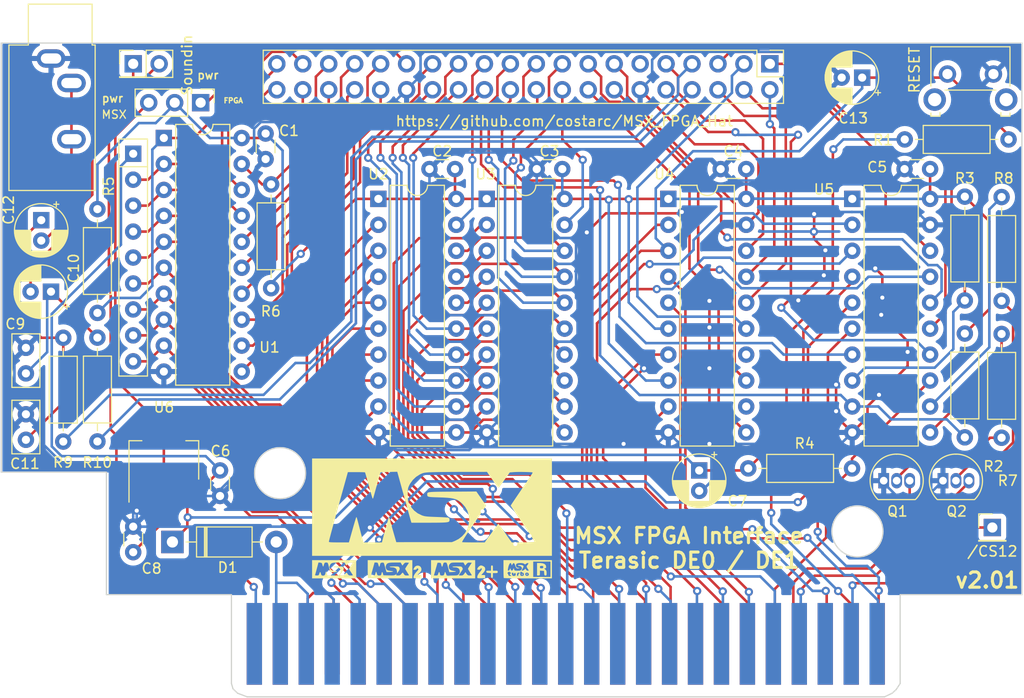
<source format=kicad_pcb>
(kicad_pcb (version 20240108) (generator "pcbnew") (generator_version "8.0")
  (title_block (title "MSX FPGA Hat") (date "2024-02-03") (rev "2.01") (company "RCC @ 2024") (comment 1 "Designed for MSX and Terasic DE0 & DE1"))
  (layers (0 "F.Cu" signal) (31 "B.Cu" signal) (34 "B.Paste" user) (35 "F.Paste" user) (36 "B.SilkS" user "B.Silkscreen") (37 "F.SilkS" user "F.Silkscreen") (38 "B.Mask" user) (39 "F.Mask" user) (44 "Edge.Cuts" user))
  (net 0 "")
  (net 1 "GNDREF")
  (net 2 "Net-(C10-Pad1)")
  (net 3 "C_CLOCK")
  (net 4 "{slash}C_CS1")
  (net 5 "Net-(C11-Pad1)")
  (net 6 "{slash}C_MREQ")
  (net 7 "Net-(C12-Pad2)")
  (net 8 "{slash}C_RD")
  (net 9 "{slash}CS1")
  (net 10 "{slash}C_RESET")
  (net 11 "{slash}CS2")
  (net 12 "C_D7")
  (net 13 "{slash}CS12")
  (net 14 "C_D6")
  (net 15 "C_D5")
  (net 16 "C_D4")
  (net 17 "C_D3")
  (net 18 "C_D2")
  (net 19 "C_D1")
  (net 20 "C_D0")
  (net 21 "+12V")
  (net 22 "-12V")
  (net 23 "{slash}RFSH")
  (net 24 "{slash}C_WAIT")
  (net 26 "SOUNDIN")
  (net 27 "{slash}SLTSL")
  (net 28 "{slash}WAIT")
  (net 29 "{slash}INT")
  (net 30 "{slash}M1")
  (net 31 "{slash}BUSDIR")
  (net 32 "{slash}IORQ")
  (net 33 "{slash}MREQ")
  (net 34 "{slash}WR")
  (net 35 "{slash}RD")
  (net 36 "{slash}RESET")
  (net 37 "A9")
  (net 38 "A15")
  (net 39 "A11")
  (net 40 "A10")
  (net 41 "A7")
  (net 42 "A6")
  (net 43 "A12")
  (net 44 "A8")
  (net 45 "A14")
  (net 46 "A13")
  (net 47 "A1")
  (net 48 "A0")
  (net 49 "A3")
  (net 50 "A2")
  (net 51 "A5")
  (net 52 "A4")
  (net 53 "D1")
  (net 54 "D0")
  (net 55 "D3")
  (net 56 "D2")
  (net 57 "D5")
  (net 58 "D4")
  (net 59 "D7")
  (net 60 "D6")
  (net 61 "CLOCK")
  (net 62 "{slash}C_U3_OE")
  (net 63 "{slash}C_U1_OE")
  (net 64 "{slash}C_U2_OE")
  (net 66 "Net-(D1-A)")
  (net 67 "SW1")
  (net 68 "Vdd")
  (net 69 "{slash}C_INT")
  (net 70 "A4_12")
  (net 71 "MSX_3.3V")
  (net 72 "DE_3.3V")
  (net 73 "A5_13")
  (net 74 "{slash}U1_D_DIR")
  (net 75 "Vcc")
  (net 76 "C_SOUND")
  (net 77 "C_AUDIO")
  (net 79 "Net-(J2-Pin_1)")
  (net 80 "{slash}C_IORQ")
  (net 81 "A3_11")
  (net 82 "A2_10")
  (net 83 "A7_15")
  (net 84 "A6_14")
  (net 85 "A1_9")
  (net 86 "A0_8")
  (net 87 "{slash}C_SLTSL")
  (net 88 "{slash}C_M1")
  (net 89 "{slash}C_WR")
  (net 91 "Net-(Q1-B)")
  (net 92 "Net-(Q2-B)")
  (net 93 "Net-(U5-B7)")
  (net 94 "Net-(U5-B8)")
  (net 95 "{slash}C_BUSDIR")
  (net 97 "{slash}C_RFSH")
  (net 98 "{slash}C_CS2")
  (footprint "Resistor_THT:R_Axial_DIN0207_L6.3mm_D2.5mm_P10.16mm_Horizontal" (layer "F.Cu") (at 144.44 52.98 -90)
    (property "Reference" "R2")
    (property "Value" "4K7")
  )
  (footprint "Resistor_THT:R_Axial_DIN0207_L6.3mm_D2.5mm_P10.16mm_Horizontal" (layer "F.Cu") (at 144.44 39.58 -90)
    (property "Reference" "R3")
    (property "Value" "4K7")
  )
  (footprint "Capacitor_THT:C_Disc_D5.0mm_W2.5mm_P2.50mm" (layer "F.Cu") (at 52.54 56.88 90)
    (property "Reference" "C9")
    (property "Value" "105" (hide yes))
  )
  (footprint "Resistor_THT:R_Axial_DIN0207_L6.3mm_D2.5mm_P10.16mm_Horizontal" (layer "F.Cu") (at 148.04 63.18 90)
    (property "Reference" "R7")
    (property "Value" "2K2" (hide yes))
  )
  (footprint "Resistor_THT:R_Axial_DIN0207_L6.3mm_D2.5mm_P10.16mm_Horizontal" (layer "F.Cu") (at 59.54 40.8 -90)
    (property "Reference" "R5")
    (property "Value" "10K" (hide yes))
  )
  (footprint "Package_DIP:DIP-20_W7.62mm" (layer "F.Cu") (at 115.42 39.8)
    (property "Reference" "U4")
    (property "Value" "74LVC245")
  )
  (footprint "Resistor_THT:R_Axial_DIN0207_L6.3mm_D2.5mm_P10.16mm_Horizontal" (layer "F.Cu") (at 138.56 33.98)
    (property "Reference" "R1")
    (property "Value" "10K" (hide yes))
  )
  (footprint "Resistor_THT:R_Axial_DIN0207_L6.3mm_D2.5mm_P10.16mm_Horizontal" (layer "F.Cu") (at 123.24 66.18)
    (property "Reference" "R4")
    (property "Value" "10K")
  )
  (footprint "Resistor_THT:R_Axial_DIN0207_L6.3mm_D2.5mm_P10.16mm_Horizontal" (layer "F.Cu") (at 59.54 63.54 90)
    (property "Reference" "R10")
    (property "Value" "47" (hide yes))
  )
  (footprint "Package_DIP:DIP-20_W7.62mm" (layer "F.Cu") (at 87.04 39.8)
    (property "Reference" "U2")
    (property "Value" "74LVC245" (hide yes))
  )
  (footprint "Package_TO_SOT_SMD:SOT-223-3_TabPin2" (layer "F.Cu") (at 66.04 65.38 90)
    (property "Reference" "U6")
    (property "Value" "LM1117-3.3" (hide yes))
  )
  (footprint "Capacitor_THT:C_Disc_D3.0mm_W1.6mm_P2.50mm" (layer "F.Cu") (at 141.04 36.88 180)
    (property "Reference" "C5")
    (property "Value" "0.1uf" (hide yes))
  )
  (footprint "Connector_PinHeader_2.54mm:PinHeader_2x01_P2.54mm_Vertical" (layer "F.Cu") (at 63.04 26.58)
    (property "Reference" "J2" (hide yes))
    (property "Value" "Soundin")
  )
  (footprint "Package_TO_SOT_THT:TO-92_Inline" (layer "F.Cu") (at 142.3 67.38)
    (property "Reference" "Q2")
    (property "Value" "2N3904" (hide yes))
  )
  (footprint "Roni Footprints:MSX_CART_SW_Official" (layer "F.Cu") (at 99.078015 53.144465)
    (property "Reference" "CONN1" (hide yes))
    (property "Value" "MSX_BUS" (hide yes))
    (fp_line (start -48.95 13.4) (end -48.95 -28.6) (stroke (width 0.12)) (layer "Edge.Cuts"))
    (fp_line (start -48.95 13.4) (end -38.66 13.4) (stroke (width 0.12)) (layer "Edge.Cuts"))
    (fp_line (start -38.66 13.4) (end -38.66 25.388435) (stroke (width 0.12)) (layer "Edge.Cuts"))
    (fp_line (start -38.66 25.388435) (end -26.42 25.388435) (stroke (width 0.12)) (layer "Edge.Cuts"))
    (fp_line (start -26.42 34.091713) (end -26.42 25.388435) (stroke (width 0.12)) (layer "Edge.Cuts"))
    (fp_line (start -26.42 34.091713) (end -26.268836 34.609987) (stroke (width 0.12)) (layer "Edge.Cuts"))
    (fp_line (start -26.268836 34.609987) (end -25.815346 35.041883) (stroke (width 0.12)) (layer "Edge.Cuts"))
    (fp_line (start -25.815346 35.041883) (end -24.892279 35.390806) (stroke (width 0.12)) (layer "Edge.Cuts"))
    (fp_line (start -24.892279 35.390806) (end 37.500957 35.390806) (stroke (width 0.12)) (layer "Edge.Cuts"))
    (fp_line (start 37.500957 35.390806) (end 38.24498 35.044512) (stroke (width 0.12)) (layer "Edge.Cuts"))
    (fp_line (start 38.24498 35.044512) (end 38.647705 34.674006) (stroke (width 0.12)) (layer "Edge.Cuts"))
    (fp_line (start 38.647705 34.674006) (end 39.03 34.091713) (stroke (width 0.12)) (layer "Edge.Cuts"))
    (fp_line (start 39.03 25.388435) (end 39.03 34.091713) (stroke (width 0.12)) (layer "Edge.Cuts"))
    (fp_line (start 39.03 25.388435) (end 50.95 25.388435) (stroke (width 0.12)) (layer "Edge.Cuts"))
    (fp_line (start 50.95 -28.6) (end -48.95 -28.6) (stroke (width 0.12)) (layer "Edge.Cuts"))
    (fp_line (start 50.95 -28.6) (end 50.95 25.388435) (stroke (width 0.12)) (layer "Edge.Cuts"))
    (fp_circle (center -21.66 13.5) (end -19.16 13.5) (stroke (width 0.12)) (fill none) (layer "Edge.Cuts"))
    (fp_circle (center 34.85 19.2) (end 37.35 19.2) (stroke (width 0.12)) (fill none) (layer "Edge.Cuts"))
  )
  (footprint "Button_Switch_THT:SW_Tactile_SKHH_Angled" (layer "F.Cu") (at 142.74 27.58)
    (property "Reference" "SW1" (hide yes))
    (property "Value" "RESET")
  )
  (footprint "Capacitor_THT:CP_Radial_D5.0mm_P2.00mm" (layer "F.Cu") (at 54.04 41.88 -90)
    (property "Reference" "C12")
    (property "Value" "10uF" (hide yes))
  )
  (footprint "Capacitor_THT:C_Disc_D3.0mm_W1.6mm_P2.50mm" (layer "F.Cu") (at 71.54 66.38 -90)
    (property "Reference" "C6")
    (property "Value" "0.1uf" (hide yes))
  )
  (footprint "Resistor_THT:R_Array_SIP9" (layer "F.Cu") (at 63.04 35.38 -90)
    (property "Reference" "RN1" (hide yes))
    (property "Value" "10K" (hide yes))
  )
  (footprint "Capacitor_THT:CP_Radial_D5.0mm_P2.00mm" (layer "F.Cu") (at 134.39 27.93 180)
    (property "Reference" "C13")
    (property "Value" "100uF" (hide yes))
  )
  (footprint "Capacitor_THT:CP_Radial_D5.0mm_P2.00mm" (layer "F.Cu") (at 118.44 66.38 -90)
    (property "Reference" "C7")
    (property "Value" "10uF" (hide yes))
  )
  (footprint "Package_TO_SOT_THT:TO-92_Inline" (layer "F.Cu") (at 136.5 67.38)
    (property "Reference" "Q1")
    (property "Value" "2N3904" (hide yes))
  )
  (footprint "Package_DIP:DIP-20_W7.62mm" (layer "F.Cu") (at 133.42 39.8)
    (property "Reference" "U5")
    (property "Value" "74LVC245" (hide yes))
  )
  (footprint "Capacitor_THT:C_Disc_D5.0mm_W2.5mm_P2.50mm" (layer "F.Cu") (at 52.54 63.38 90)
    (property "Reference" "C11")
    (property "Value" "105" (hide yes))
  )
  (footprint "Connector_PinHeader_2.54mm:PinHeader_1x01_P2.54mm_Vertical" (layer "F.Cu") (at 147.134316 71.964598)
    (property "Reference" "J4" (hide yes))
    (property "Value" "/CS12")
  )
  (footprint "Connector_PinHeader_2.54mm:PinHeader_1x03_P2.54mm_Vertical" (layer "F.Cu") (at 69.64 30.38 -90)
    (property "Reference" "J1" (hide yes))
    (property "Value" "Conn_01x03_Female" (hide yes))
  )
  (footprint "Resistor_THT:R_Axial_DIN0207_L6.3mm_D2.5mm_P10.16mm_Horizontal" (layer "F.Cu") (at 56.195067 63.55304 90)
    (property "Reference" "R9")
    (property "Value" "47" (hide yes))
  )
  (footprint "Capacitor_THT:C_Disc_D3.0mm_W1.6mm_P2.50mm" (layer "F.Cu") (at 63.04 74.38 90)
    (property "Reference" "C8")
    (property "Value" "0.1uf" (hide yes))
  )
  (footprint "Connector_Audio:Jack_3.5mm_CUI_SJ1-3533NG_Horizontal" (layer "F.Cu") (at 54.997248 26.057324)
    (property "Reference" "J3" (hide yes))
    (property "Value" "AudioJack3" (hide yes))
  )
  (footprint "Resistor_THT:R_Axial_DIN0207_L6.3mm_D2.5mm_P10.16mm_Horizontal" (layer "F.Cu") (at 76.54 48.54 90)
    (property "Reference" "R6")
    (property "Value" "10K" (hide yes))
  )
  (footprint "Package_DIP:DIP-20_W7.62mm" (layer "F.Cu") (at 66.04 33.84)
    (property "Reference" "U1")
    (property "Value" "74LVC245" (hide yes))
  )
  (footprint "Package_DIP:DIP-20_W7.62mm" (layer "F.Cu") (at 97.641911 39.8)
    (property "Reference" "U3")
    (property "Value" "74LVC245" (hide yes))
  )
  (footprint "LOGO" (layer "F.Cu") (at 92.24 70.98)
    (property "Reference" "G***" (hide yes))
    (property "Value" "LOGO" (hide yes))
  )
  (footprint "Capacitor_THT:C_Disc_D3.0mm_W1.6mm_P2.50mm" (layer "F.Cu") (at 94.54 36.88 180)
    (property "Reference" "C2")
    (property "Value" "0.1uf" (hide yes))
  )
  (footprint "Capacitor_THT:C_Disc_D3.0mm_W1.6mm_P2.50mm" (layer "F.Cu") (at 123.04 36.88 180)
    (property "Reference" "C4")
    (property "Value" "0.1uf" (hide yes))
  )
  (footprint "Connector_PinHeader_2.54mm:PinHeader_2x20_P2.54mm_Vertical" (layer "F.Cu") (at 125.36 26.58 -90)
    (property "Reference" "IDC1" (hide yes))
    (property "Value" "DE1 GPIO" (hide yes))
  )
  (footprint "Capacitor_THT:C_Disc_D3.0mm_W1.6mm_P2.50mm" (layer "F.Cu") (at 105.04 36.88 180)
    (property "Reference" "C3")
    (property "Value" "0.1uf" (hide yes))
  )
  (footprint "Resistor_THT:R_Axial_DIN0207_L6.3mm_D2.5mm_P10.16mm_Horizontal" (layer "F.Cu") (at 148.04 49.78 90)
    (property "Reference" "R8")
    (property "Value" "2K2" (hide yes))
  )
  (footprint "Diode_THT:D_DO-41_SOD81_P10.16mm_Horizontal" (layer "F.Cu") (at 66.88 73.38)
    (property "Reference" "D1")
    (property "Value" "1N5817" (hide yes))
  )
  (footprint "Capacitor_THT:C_Disc_D3.0mm_W1.6mm_P2.50mm" (layer "F.Cu") (at 75.999924 33.402127 -90)
    (property "Reference" "C1")
    (property "Value" "0.1uf" (hide yes))
  )
  (footprint "Capacitor_THT:CP_Radial_D5.0mm_P2.00mm" (layer "F.Cu") (at 54.995113 48.88 180)
    (property "Reference" "C10")
    (property "Value" "10uF" (hide yes))
  )
  (gr_text "FPGA" (at 72.84 30.18 0) (layer "F.SilkS") (effects (font (size 0.5 0.5) (thickness 0.125))))
  (gr_text "pwr" (at 59.886567 30.424056 0) (layer "F.SilkS") (effects (font (size 0.8 0.8)) (justify left bottom)))
  (gr_text "MSX FPGA Interface\nTerasic DE0 / DE1" (at 117.44 73.98 0) (layer "F.SilkS") (effects (font (size 1.5 1.5) (thickness 0.3) (bold yes))))
  (gr_text "pwr" (at 69.229176 28.158333 0) (layer "F.SilkS") (effects (font (size 0.8 0.8)) (justify left bottom)))
  (gr_text "v2.01" (at 146.64 77.13 0) (layer "F.SilkS") (effects (font (size 1.5 1.5) (thickness 0.3))))
  (gr_text "MSX" (at 61.173273 31.542931 0) (layer "F.SilkS") (effects (font (size 0.8 0.8) (thickness 0.125))))
  (gr_text "https://github.com/costarc/MSX_FPGA_Hat" (at 88.64 32.78 0) (layer "F.SilkS") (effects (font (size 1 1)) (justify left bottom)))
  (segment (start 136.364607 47.2864) (end 135.674269 46.596062) (width 0.25) (layer "F.Cu") (net 1))
  (segment (start 129.669438 43.709438) (end 130.79 44.83) (width 0.25) (layer "F.Cu") (net 1))
  (segment (start 134.915 60.105) (end 134.915 61.165) (width 0.25) (layer "F.Cu") (net 1))
  (segment (start 131.84 61.08) (end 133.42 62.66) (width 0.25) (layer "F.Cu") (net 1))
  (segment (start 136.364607 49.46528) (end 136.364607 47.2864) (width 0.25) (layer "F.Cu") (net 1))
  (segment (start 122.755757 34.453806) (end 124.24 35.938049) (width 0.25) (layer "F.Cu") (net 1))
  (segment (start 111.04 58.38) (end 111.04 63.58) (width 0.25) (layer "F.Cu") (net 1))
  (segment (start 136.04 58.954695) (end 136.04 58.98) (width 0.25) (layer "F.Cu") (net 1))
  (segment (start 87.102299 73.142299) (end 87.102299 72.870846) (width 0.25) (layer "F.Cu") (net 1))
  (segment (start 129.669438 43.007415) (end 129.669438 43.709438) (width 0.25) (layer "F.Cu") (net 1))
  (segment (start 136.256742 51.14798) (end 138.84 53.731238) (width 0.25) (layer "F.Cu") (net 1))
  (segment (start 63.74 69.08) (end 63.74 68.53) (width 0.25) (layer "F.Cu") (net 1))
  (segment (start 130.79 44.83) (end 130.69 44.93) (width 0.25) (layer "F.Cu") (net 1))
  (segment (start 138.84 56.154695) (end 136.04 58.954695) (width 0.25) (layer "F.Cu") (net 1))
  (segment (start 117.993806 34.453806) (end 122.755757 34.453806) (width 0.25) (layer "F.Cu") (net 1))
  (segment (start 129.69 42.986853) (end 129.69 41.28) (width 0.25) (layer "F.Cu") (net 1))
  (segment (start 112.66 29.12) (end 117.993806 34.453806) (width 0.25) (layer "F.Cu") (net 1))
  (segment (start 136.04 58.98) (end 134.915 60.105) (width 0.25) (layer "F.Cu") (net 1))
  (segment (start 107.44 43.08) (end 109.305 41.215) (width 0.25) (layer "F.Cu") (net 1))
  (segment (start 136.04 58.98) (end 136.014695 58.98) (width 0.25) (layer "F.Cu") (net 1))
  (segment (start 119.44 56.38) (end 119.44 52.38) (width 0.25) (layer "F.Cu") (net 1))
  (segment (start 130.69 47.23) (end 130.64 47.28) (width 0.25) (layer "F.Cu") (net 1))
  (segment (start 113.04 56.38) (end 111.04 58.38) (width 0.25) (layer "F.Cu") (net 1))
  (segment (start 129.669438 43.007415) (end 129.69 42.986853) (width 0.25) (layer "F.Cu") (net 1))
  (segment (start 136.256742 51.14798) (end 136.364607 51.040115) (width 0.25) (layer "F.Cu") (net 1))
  (segment (start 87.102299 72.870846) (end 86.200727 71.969274) (width 0.25) (layer "F.Cu") (net 1))
  (segment (start 119.44 52.38) (end 119.44 49.78) (width 0.25) (layer "F.Cu") (net 1))
  (segment (start 138.84 53.731238) (end 138.84 54.78) (width 0.25) (layer "F.Cu") (net 1))
  (segment (start 63.38706 70.316298) (end 63.38706 69.43294) (width 0.25) (layer "F.Cu") (net 1))
  (segment (start 63.38706 69.43294) (end 63.74 69.08) (width 0.25) (layer "F.Cu") (net 1))
  (segment (start 128.14 49.73) (end 128.19 49.68) (width 0.25) (layer "F.Cu") (net 1))
  (segment (start 116.605 41.215) (end 116.74 41.08) (width 0.25) (layer "F.Cu") (net 1))
  (segment (start 124.24 35.938049) (end 124.24 41.14) (width 0.25) (layer "F.Cu") (net 1))
  (segment (start 119.44 63.78) (end 119.44 56.38) (width 0.25) (layer "F.Cu") (net 1))
  (segment (start 124.24 41.14) (end 123.04 42.34) (width 0.25) (layer "F.Cu") (net 1))
  (segment (start 136.364607 51.040115) (end 136.364607 49.46528) (width 0.25) (layer "F.Cu") (net 1))
  (segment (start 109.305 41.215) (end 116.605 41.215) (width 0.25) (layer "F.Cu") (net 1))
  (segment (start 131.84 60.58) (end 131.84 57.98) (width 0.25) (layer "F.Cu") (net 1))
  (segment (start 130.64 47.28) (end 130.59 47.28) (width 0.25) (layer "F.Cu") (net 1))
  (segment (start 138.84 54.78) (end 138.84 56.154695) (width 0.25) (layer "F.Cu") (net 1))
  (segment (start 134.915 61.165) (end 133.42 62.66) (width 0.25) (layer "F.Cu") (net 1))
  (segment (start 131.84 60.58) (end 131.84 61.08) (width 0.25) (layer "F.Cu") (net 1))
  (segment (start 63.38706 70.316298) (end 63.450762 70.38) (width 0.25) (layer "F.Cu") (net 1))
  (segment (start 130.69 44.93) (end 130.69 47.23) (width 0.25) (layer "F.Cu") (net 1))
  (segment (start 130.59 47.28) (end 128.14 49.73) (width 0.25) (layer "F.Cu") (net 1))
  (via (at 138.84 54.78) (size 0.8) (drill 0.4) (layers "F.Cu" "B.Cu") (net 1))
  (via (at 131.84 60.58) (size 0.8) (drill 0.4) (layers "F.Cu" "B.Cu") (net 1))
  (via (at 135.674269 46.596062) (size 0.8) (drill 0.4) (layers "F.Cu" "B.Cu") (net 1))
  (via (at 119.44 49.78) (size 0.8) (drill 0.4) (layers "F.Cu" "B.Cu") (net 1))
  (via (at 87.102299 73.142299) (size 0.8) (drill 0.4) (layers "F.Cu" "B.Cu") (net 1))
  (via (at 119.44 56.38) (size 0.8) (drill 0.4) (layers "F.Cu" "B.Cu") (net 1))
  (via (at 130.79 44.83) (size 0.8) (drill 0.4) (layers "F.Cu" "B.Cu") (net 1))
  (via (at 111.04 63.78) (size 0.8) (drill 0.4) (layers "F.Cu" "B.Cu") (net 1))
  (via (at 113.04 56.38) (size 0.8) (drill 0.4) (layers "F.Cu" "B.Cu") (net 1))
  (via (at 119.44 52.38) (size 0.8) (drill 0.4) (layers "F.Cu" "B.Cu") (net 1))
  (via (at 107.44 43.08) (size 0.8) (drill 0.4) (layers "F.Cu" "B.Cu") (net 1))
  (via (at 86.200727 71.969274) (size 0.8) (drill 0.4) (layers "F.Cu" "B.Cu") (net 1))
  (via (at 131.84 57.98) (size 0.8) (drill 0.4) (layers "F.Cu" "B.Cu") (net 1))
  (via (at 136.04 58.98) (size 0.8) (drill 0.4) (layers "F.Cu" "B.Cu") (net 1))
  (via (at 129.69 41.28) (size 0.8) (drill 0.4) (layers "F.Cu" "B.Cu") (net 1))
  (via (at 136.256742 51.14798) (size 0.8) (drill 0.4) (layers "F.Cu" "B.Cu") (net 1))
  (via (at 128.14 49.73) (size 0.8) (drill 0.4) (layers "F.Cu" "B.Cu") (net 1))
  (via (at 63.38706 70.316298) (size 0.8) (drill 0.4) (layers "F.Cu" "B.Cu") (net 1))
  (via (at 130.64 47.28) (size 0.8) (drill 0.4) (layers "F.Cu" "B.Cu") (net 1))
  (via (at 119.44 63.78) (size 0.8) (drill 0.4) (layers "F.Cu" "B.Cu") (net 1))
  (via (at 116.74 41.08) (size 0.8) (drill 0.4) (layers "F.Cu" "B.Cu") (net 1))
  (via (at 136.364607 49.46528) (size 0.8) (drill 0.4) (layers "F.Cu" "B.Cu") (net 1))
  (via (at 129.669438 43.007415) (size 0.8) (drill 0.4) (layers "F.Cu" "B.Cu") (net 1))
  (segment (start 104.781069 43.629904) (end 105.854896 43.629904) (width 0.25) (layer "B.Cu") (net 1))
  (segment (start 142.3 67.38) (end 140.3 69.38) (width 0.25) (layer "B.Cu") (net 1))
  (segment (start 104.136911 54.284009) (end 104.24046 54.18046) (width 0.25) (layer "B.Cu") (net 1))
  (segment (start 136.5 67.605) (end 136.5 67.38) (width 0.25) (layer "B.Cu") (net 1))
  (segment (start 106.536454 53.072842) (end 106.536454 49.641454) (width 0.25) (layer "B.Cu") (net 1))
  (segment (start 75.533933 32.277127) (end 74.874924 32.936136) (width 0.25) (layer "B.Cu") (net 1))
  (segment (start 123 42.34) (end 123.04 42.34) (width 0.25) (layer "B.Cu") (net 1))
  (segment (start 107.44 43.08) (end 107.44 43.03) (width 0.25) (layer "B.Cu") (net 1))
  (segment (start 92.04 49.220991) (end 93.999009 51.18) (width 0.25) (layer "B.Cu") (net 1))
  (segment (start 96.226911 61.245) (end 96.064573 61.407338) (width 0.25) (layer "B.Cu") (net 1))
  (segment (start 92.04 36.88) (end 93.665 35.255) (width 0.25) (layer "B.Cu") (net 1))
  (segment (start 66.04 68.88) (end 71.54 68.88) (width 0.25) (layer "B.Cu") (net 1))
  (segment (start 86.200727 71.969274) (end 86.111453 71.88) (width 0.25) (layer "B.Cu") (net 1))
  (segment (start 106.386911 46.954009) (end 106.386911 49.433089) (width 0.25) (layer "B.Cu") (net 1))
  (segment (start 82.479129 78.419129) (end 82.079129 78.419129) (width 0.25) (layer "B.Cu") (net 1))
  (segment (start 52.54 54.38) (end 51.415 55.505) (width 0.25) (layer "B.Cu") (net 1))
  (segment (start 116.545 63.785) (end 119.435 63.785) (width 0.25) (layer "B.Cu") (net 1))
  (segment (start 119.64 67.43) (end 119.64 63.98) (width 0.25) (layer "B.Cu") (net 1))
  (segment (start 114.615 25.405) (end 113.835 26.185) (width 0.25) (layer "B.Cu") (net 1))
  (segment (start 102.54 36.88) (end 102.54 41.388835) (width 0.25) (layer "B.Cu") (net 1))
  (segment (start 85.2 83.38) (end 85.2 79.018564) (width 0.25) (layer "B.Cu") (net 1))
  (segment (start 121.665 38.005) (end 120.54 36.88) (width 0.25) (layer "B.Cu") (net 1))
  (segment (start 119.64 63.98) (end 119.44 63.78) (width 0.25) (layer "B.Cu") (net 1))
  (segment (start 113.835 26.185) (end 113.835 27.945) (width 0.25) (layer "B.Cu") (net 1))
  (segment (start 93.665 35.255) (end 101.715 35.255) (width 0.25) (layer "B.Cu") (net 1))
  (segment (start 86.111453 71.88) (end 84.74 71.88) (width 0.25) (layer "B.Cu") (net 1))
  (segment (start 74.874924 32.936136) (end 74.874924 34.777127) (width 0.25) (layer "B.Cu") (net 1))
  (segment (start 63.38706 70.316298) (end 63.38706 71.53294) (width 0.25) (layer "B.Cu") (net 1))
  (segment (start 104.24046 54.18046) (end 104.644016 53.776904) (width 0.25) (layer "B.Cu") (net 1))
  (segment (start 101.24 51.18) (end 104.24046 54.18046) (width 0.25) (layer "B.Cu") (net 1))
  (segment (start 93.999009 51.18) (end 101.24 51.18) (width 0.25) (layer "B.Cu") (net 1))
  (segment (start 101.715 35.255) (end 102.54 36.08) (width 0.25) (layer "B.Cu") (net 1))
  (segment (start 55.99464 65.58) (end 54.14 63.72536) (width 0.25) (layer "B.Cu") (net 1))
  (segment (start 80.44 74.03) (end 78.29 71.88) (width 0.25) (layer "B.Cu") (net 1))
  (segment (start 102.54 36.08) (end 102.54 36.88) (width 0.25) (layer "B.Cu") (net 1))
  (segment (start 133.39 41.08) (end 129.89 41.08) (width 0.25) (layer "B.Cu") (net 1))
  (segment (start 119.445 63.785) (end 126.44 63.785) (width 0.25) (layer "B.Cu") (net 1))
  (segment (start 91.165 27.755) (end 89.8 29.12) (width 0.25) (layer "B.Cu") (net 1))
  (segment (start 104.644016 53.776904) (end 105.832392 53.776904) (width 0.25) (layer "B.Cu") (net 1))
  (segment (start 118.69 68.38) (end 119.64 67.43) (width 0.25) (layer "B.Cu") (net 1))
  (segment (start 84.600565 78.419129) (end 83.346443 78.419129) (width 0.25) (layer "B.Cu") (net 1))
  (segment (start 51.415 59.755) (end 52.54 60.88) (width 0.25) (layer "B.Cu") (net 1))
  (segment (start 80.44 75.33) (end 80.44 74.03) (width 0.25) (layer "B.Cu") (net 1))
  (segment (start 141.04 42.34) (end 139.78 41.08) (width 0.25) (layer "B.Cu") (net 1))
  (segment (start 88.76 64.38) (end 95.921911 64.38) (width 0.25) (layer "B.Cu") (net 1))
  (segment (start 96.064573 61.407338) (end 92.467338 61.407338) (width 0.25) (layer "B.Cu") (net 1))
  (segment (start 91.956432 56.282903) (end 91.550242 55.876713) (width 0.25) (layer "B.Cu") (net 1))
  (segment (start 80.44 76.78) (end 80.44 75.33) (width 0.25) (layer "B.Cu") (net 1))
  (segment (start 106.386911 44.083089) (end 107.39 43.08) (width 0.25) (layer "B.Cu") (net 1))
  (segment (start 118.44 68.38) (end 118.69 68.38) (width 0.25) (layer "B.Cu") (net 1))
  (segment (start 129.89 41.08) (end 129.69 41.28) (width 0.25) (layer "B.Cu") (net 1))
  (segment (start 86.642873 32.277127) (end 75.533933 32.277127) (width 0.25) (layer "B.Cu") (net 1))
  (segment (start 85.2 79.018564) (end 84.600565 78.419129) (width 0.25) (layer "B.Cu") (net 1))
  (segment (start 96.226911 59.80592) (end 95.237738 58.816747) (width 0.25) (layer "B.Cu") (net 1))
  (segment (start 61.84 65.58) (end 55.99464 65.58) (width 0.25) (layer "B.Cu") (net 1))
  (segment (start 86.111453 71.88) (end 83.89 71.88) (width 0.25) (layer "B.Cu") (net 1))
  (segment (start 106.3575 48.724102) (end 100.984102 48.724102) (width 0.25) (layer "B.Cu") (net 1))
  (segment (start 71.54 68.28) (end 71.54 68.88) (width 0.25) (layer "B.Cu") (net 1))
  (segment (start 87.04 62.66) (end 77.16 62.66) (width 0.25) (layer "B.Cu") (net 1))
  (segment (start 54.14 62.48) (end 52.54 60.88) (width 0.25) (layer "B.Cu") (net 1))
  (segment (start 96.226911 57.55592) (end 94.953894 56.282903) (width 0.25) (layer "B.Cu") (net 1))
  (segment (start 105.854896 43.629904) (end 106.386911 44.161919) (width 0.25) (layer "B.Cu") (net 1))
  (segment (start 95.237738 58.816747) (end 91.876747 58.816747) (width 0.25) (layer "B.Cu") (net 1))
  (segment (start 102.54 41.388835) (end 104.781069 43.629904) (width 0.25) (layer "B.Cu") (net 1))
  (segment (start 87.04 62.66) (end 88.76 64.38) (width 0.25) (layer "B.Cu") (net 1))
  (segment (start 97.641911 62.66) (end 98.766911 63.785) (width 0.25) (layer "B.Cu") (net 1))
  (segment (start 74.874924 34.777127) (end 75.999924 35.902127) (width 0.25) (layer "B.Cu") (net 1))
  (segment (start 138.275 69.38) (end 136.5 67.605) (width 0.25) (layer "B.Cu") (net 1))
  (segment (start 93.04 53.78) (end 92.24 53.78) (width 0.25) (layer "B.Cu") (net 1))
  (segment (start 77.16 62.66) (end 71.54 68.28) (width 0.25) (layer "B.Cu") (net 1))
  (segment (start 91.165 25.755) (end 91.165 27.755) (width 0.25) (layer "B.Cu") (net 1))
  (segment (start 78.29 71.88) (end 63.04 71.88) (width 0.25) (layer "B.Cu") (net 1))
  (segment (start 112.66 29.12) (end 112.66 28.96) (width 0.25) (layer "B.Cu") (net 1))
  (segment (start 119.44 63.78) (end 119.445 63.785) (width 0.25) (layer "B.Cu") (net 1))
  (segment (start 92.24 53.78) (end 91.744638 53.284638) (width 0.25) (layer "B.Cu") (net 1))
  (segment (start 128.64 67.78) (end 126.44 65.58) (width 0.25) (layer "B.Cu") (net 1))
  (segment (start 140.3 69.38) (end 138.275 69.38) (width 0.25) (layer "B.Cu") (net 1))
  (segment (start 82.079129 78.419129) (end 80.44 76.78) (width 0.25) (layer "B.Cu") (net 1))
  (segment (start 132.39 27.93) (end 129.865 25.405) (width 0.25) (layer "B.Cu") (net 1))
  (segment (start 126.44 65.58) (end 126.44 63.785) (width 0.25) (layer "B.Cu") (net 1))
  (segment (start 94.953894 56.282903) (end 91.956432 56.282903) (width 0.25) (layer "B.Cu") (net 1))
  (segment (start 107.44 43.03) (end 107.39 43.08) (width 0.25) (layer "B.Cu") (net 1))
  (segment (start 106.326451 46.893549) (end 106.386911 46.954009) (width 0.25) (layer "B.Cu") (net 1))
  (segment (start 63.04 71.88) (end 63.04 66.78) (width 0.25) (layer "B.Cu") (net 1))
  (segment (start 51.415 55.505) (end 51.415 59.755) (width 0.25) (layer "B.Cu") (net 1))
  (segment (start 111.035 63.785) (end 111.04 63.78) (width 0.25) (layer "B.Cu") (net 1))
  (segment (start 136.256742 51.14798) (end 136.029722 51.375) (width 0.25) (layer "B.Cu") (net 1))
  (segment (start 97.641911 62.66) (end 104.136911 56.165) (width 0.25) (layer "B.Cu") (net 1))
  (segment (start 82.079129 78.419129) (end 82.66 79) (width 0.25) (layer "B.Cu") (net 1))
  (segment (start 101.421947 46.161947) (end 100.64 45.38) (width 0.25) (layer "B.Cu") (net 1))
  (segment (start 95.921911 64.38) (end 97.641911 62.66) (width 0.25) (layer "B.Cu") (net 1))
  (segment (start 92.467338 61.407338) (end 92.305 61.245) (width 0.25) (layer "B.Cu") (net 1))
  (segment (start 63.04 71.88) (end 66.04 68.88) (width 0.25) (layer "B.Cu") (net 1))
  (segment (start 92.04 36.88) (end 92.04 49.220991) (width 0.25) (layer "B.Cu") (net 1))
  (segment (start 128.14 49.78) (end 128.14 49.73) (width 0.25) (layer "B.Cu") (net 1))
  (segment (start 138.54 36.88) (end 137.415 38.005) (width 0.25) (layer "B.Cu") (net 1))
  (segment (start 106.386911 44.161919) (end 106.386911 46.833089) (width 0.25) (layer "B.Cu") (net 1))
  (segment (start 115.42 62.66) (end 116.545 63.785) (width 0.25) (layer "B.Cu") (net 1))
  (segment (start 126.44 63.785) (end 132.295 63.785) (width 0.25) (layer "B.Cu") (net 1))
  (segment (start 111.04 63.78) (end 111.045 63.785) (width 0.25) (layer "B.Cu") (net 1))
  (segment (start 129.735 51.375) (end 128.14 49.78) (width 0.25) (layer "B.Cu") (net 1))
  (segment (start 136.029722 51.375) (end 129.735 51.375) (width 0.25) (layer "B.Cu") (net 1))
  (segment (start 91.515 25.405) (end 91.165 25.755) (width 0.25) (layer "B.Cu") (net 1))
  (segment (start 96.226911 59.80592) (end 96.226911 57.55592) (width 0.25) (layer "B.Cu") (net 1))
  (segment (start 83.346443 78.419129) (end 82.479129 78.419129) (width 0.25) (layer "B.Cu") (net 1))
  (segment (start 114.615 25.405) (end 91.515 25.405) (width 0.25) (layer "B.Cu") (net 1))
  (segment (start 119.435 63.785) (end 119.44 63.78) (width 0.25) (layer "B.Cu") (net 1))
  (segment (start 96.226911 54.864009) (end 95.142902 53.78) (width 0.25) (layer "B.Cu") (net 1))
  (segment (start 106.326451 46.161947) (end 101.421947 46.161947) (width 0.25) (layer "B.Cu") (net 1))
  (segment (start 106.536454 49.641454) (end 106.386911 49.491911) (width 0.25) (layer "B.Cu") (net 1))
  (segment (start 129.865 25.405) (end 114.615 25.405) (width 0.25) (layer "B.Cu") (net 1))
  (segment (start 105.832392 53.776904) (end 106.536454 53.072842) (width 0.25) (layer "B.Cu") (net 1))
  (segment (start 113.835 27.945) (end 112.66 29.12) (width 0.25) (layer "B.Cu") (net 1))
  (segment (start 54.14 63.72536) (end 54.14 62.48) (width 0.25) (layer "B.Cu") (net 1))
  (segment (start 137.415 38.005) (end 121.665 38.005) (width 0.25) (layer "B.Cu") (net 1))
  (segment (start 106.386911 46.833089) (end 106.326451 46.893549) (width 0.25) (layer "B.Cu") (net 1))
  (segment (start 82.66 79) (end 82.66 83.38) (width 0.25) (layer "B.Cu") (net 1))
  (segment (start 111.045 63.785) (end 114.295 63.785) (width 0.25) (layer "B.Cu") (net 1))
  (segment (start 98.766911 63.785) (end 111.035 63.785) (width 0.25) (layer "B.Cu") (net 1))
  (segment (start 63.04 66.78) (end 61.84 65.58) (width 0.25) (layer "B.Cu") (net 1))
  (segment (start 63.38706 71.53294) (end 63.04 71.88) (width 0.25) (layer "B.Cu") (net 1))
  (segment (start 107.39 43.08) (end 107.44 43.08) (width 0.25) (layer "B.Cu") (net 1))
  (segment (start 132.295 63.785) (end 133.42 62.66) (width 0.25) (layer "B.Cu") (net 1))
  (segment (start 96.226911 61.245) (end 96.226911 59.80592) (width 0.25) (layer "B.Cu") (net 1))
  (segment (start 95.142902 53.78) (end 93.04 53.78) (width 0.25) (layer "B.Cu") (net 1))
  (segment (start 97.641911 62.66) (end 96.226911 61.245) (width 0.25) (layer "B.Cu") (net 1))
  (segment (start 83.89 71.88) (end 80.44 75.33) (width 0.25) (layer "B.Cu") (net 1))
  (segment (start 139.78 41.08) (end 133.39 41.08) (width 0.25) (layer "B.Cu") (net 1))
  (segment (start 91.876747 58.816747) (end 91.765 58.705) (width 0.25) (layer "B.Cu") (net 1))
  (segment (start 100.984102 48.724102) (end 100.04 47.78) (width 0.25) (layer "B.Cu") (net 1))
  (segment (start 114.295 63.785) (end 115.42 62.66) (width 0.25) (layer "B.Cu") (net 1))
  (segment (start 106.386911 44.161919) (end 106.386911 44.083089) (width 0.25) (layer "B.Cu") (net 1))
  (segment (start 89.8 29.12) (end 86.642873 32.277127) (width 0.25) (layer "B.Cu") (net 1))
  (segment (start 104.136911 56.165) (end 104.136911 54.284009) (width 0.25) (layer "B.Cu") (net 1))
  (segment (start 96.226911 57.55592) (end 96.226911 54.864009) (width 0.25) (layer "B.Cu") (net 1))
  (segment (start 55.04 48.88) (end 59.54 53.38) (width 0.25) (layer "F.Cu") (net 2))
  (segment (start 54.995113 48.88) (end 55.04 48.88) (width 0.25) (layer "F.Cu") (net 2))
  (segment (start 54.620067 54.799933) (end 52.54 56.88) (width 0.25) (layer "B.Cu") (net 2))
  (segment (start 54.995113 48.88) (end 54.620067 49.255046) (width 0.25) (layer "B.Cu") (net 2))
  (segment (start 54.620067 49.255046) (end 54.620067 54.799933) (width 0.25) (layer "B.Cu") (net 2))
  (segment (start 142.54 51) (end 141.04 52.5) (width 0.25) (layer "F.Cu") (net 3))
  (segment (start 140.09 32.43) (end 142.54 34.88) (width 0.25) (layer "F.Cu") (net 3))
  (segment (start 133.09 32.43) (end 140.09 32.43) (width 0.25) (layer "F.Cu") (net 3))
  (segment (start 125.36 26.58) (end 127.24 26.58) (width 0.25) (layer "F.Cu") (net 3))
  (segment (start 142.54 34.88) (end 142.54 51) (width 0.25) (layer "F.Cu") (net 3))
  (segment (start 127.24 26.58) (end 133.09 32.43) (width 0.25) (layer "F.Cu") (net 3))
  (segment (start 114.364695 51.33) (end 121.87 51.33) (width 0.25) (layer "B.Cu") (net 4))
  (segment (start 112.39 49.355305) (end 114.364695 51.33) (width 0.25) (layer "B.Cu") (net 4))
  (segment (start 112.39 38.671701) (end 112.39 49.355305) (width 0.25) (layer "B.Cu") (net 4))
  (segment (start 121.645 27.755) (end 121.645 29.416701) (width 0.25) (layer "B.Cu") (net 4))
  (segment (start 121.87 51.33) (end 123.04 52.5) (width 0.25) (layer "B.Cu") (net 4))
  (segment (start 122.82 26.58) (end 121.645 27.755) (width 0.25) (layer "B.Cu") (net 4))
  (segment (start 121.645 29.416701) (end 112.39 38.671701) (width 0.25) (layer "B.Cu") (net 4))
  (segment (start 54.04 41.88) (end 51.870113 44.049887) (width 0.25) (layer "F.Cu") (net 5))
  (segment (start 52.54 63.38) (end 56.195067 59.724933) (width 0.25) (layer "F.Cu") (net 5))
  (segment (start 54.05304 53.39304) (end 56.195067 53.39304) (width 0.25) (layer "F.Cu") (net 5))
  (segment (start 51.870113 44.049887) (end 51.870113 51.210113) (width 0.25) (layer "F.Cu") (net 5))
  (segment (start 56.195067 59.724933) (end 56.195067 53.39304) (width 0.25) (layer "F.Cu") (net 5))
  (segment (start 51.870113 51.210113) (end 54.05304 53.39304) (width 0.25) (layer "F.Cu") (net 5))
  (segment (start 121.915 56.455) (end 121.915 40.255) (width 0.25) (layer "F.Cu") (net 6))
  (segment (start 111.39 29.73) (end 111.39 27.85) (width 0.25) (layer "F.Cu") (net 6))
  (segment (start 123.04 57.58) (end 121.915 56.455) (width 0.25) (layer "F.Cu") (net 6))
  (segment (start 121.915 40.255) (end 111.39 29.73) (width 0.25) (layer "F.Cu") (net 6))
  (segment (start 111.39 27.85) (end 110.12 26.58) (width 0.25) (layer "F.Cu") (net 6))
  (segment (start 54.34 43.88) (end 54.04 43.88) (width 0.25) (layer "F.Cu") (net 7))
  (segment (start 56.997248 33.957324) (end 56.997248 41.222752) (width 0.25) (layer "F.Cu") (net 7))
  (segment (start 56.997248 41.222752) (end 54.34 43.88) (width 0.25) (layer "F.Cu") (net 7))
  (segment (start 56.997248 28.457324) (end 56.997248 33.957324) (width 0.25) (layer "F.Cu") (net 7))
  (segment (start 130.953604 30.93) (end 132.903604 32.88) (width 0.25) (layer "F.Cu") (net 8))
  (segment (start 122.82 29.12) (end 122.82 29.76) (width 0.25) (layer "F.Cu") (net 8))
  (segment (start 136.69 40.53) (end 141.04 44.88) (width 0.25) (layer "F.Cu") (net 8))
  (segment (start 124.63 30.93) (end 130.953604 30.93) (width 0.25) (layer "F.Cu") (net 8))
  (segment (start 133.49 32.88) (end 136.69 36.08) (width 0.25) (layer "F.Cu") (net 8))
  (segment (start 132.903604 32.88) (end 133.49 32.88) (width 0.25) (layer "F.Cu") (net 8))
  (segment (start 122.82 29.12) (end 124.63 30.93) (width 0.25) (layer "F.Cu") (net 8))
  (segment (start 136.69 36.08) (end 136.69 40.53) (width 0.25) (layer "F.Cu") (net 8))
  (segment (start 116.59 70.23) (end 116.59 51.13) (width 0.25) (layer "F.Cu") (net 9))
  (segment (start 129.04 72.98) (end 128.99 73.03) (width 0.25) (layer "F.Cu") (net 9))
  (segment (start 116.59 51.13) (end 115.42 49.96) (width 0.25) (layer "F.Cu") (net 9))
  (segment (start 119.39 73.03) (end 116.59 70.23) (width 0.25) (layer "F.Cu") (net 9))
  (segment (start 128.99 73.03) (end 119.39 73.03) (width 0.25) (layer "F.Cu") (net 9))
  (via (at 129.04 72.98) (size 0.8) (drill 0.4) (layers "F.Cu" "B.Cu") (net 9))
  (segment (start 132.664695 76.63) (end 133.34 76.63) (width 0.25) (layer "B.Cu") (net 9))
  (segment (start 129.04 72.98) (end 130.515 74.455) (width 0.25) (layer "B.Cu") (net 9))
  (segment (start 133.34 76.63) (end 133.39 76.58) (width 0.25) (layer "B.Cu") (net 9))
  (segment (start 130.515 74.480305) (end 132.664695 76.63) (width 0.25) (layer "B.Cu") (net 9))
  (segment (start 135.94 83.32) (end 136 83.38) (width 0.25) (layer "B.Cu") (net 9))
  (segment (start 133.39 76.58) (end 133.425474 76.58) (width 0.25) (layer "B.Cu") (net 9))
  (segment (start 130.515 74.455) (end 130.515 74.480305) (width 0.25) (layer "B.Cu") (net 9))
  (segment (start 135.94 79.094526) (end 135.94 83.32) (width 0.25) (layer "B.Cu") (net 9))
  (segment (start 133.425474 76.58) (end 135.94 79.094526) (width 0.25) (layer "B.Cu") (net 9))
  (segment (start 125.79 32.91) (end 125.79 44.67) (width 0.25) (layer "F.Cu") (net 10))
  (segment (start 125.79 44.67) (end 123.04 47.42) (width 0.25) (layer "F.Cu") (net 10))
  (segment (start 125.36 29.12) (end 125.59 29.35) (width 0.25) (layer "F.Cu") (net 10))
  (segment (start 125.36 32.48) (end 125.79 32.91) (width 0.25) (layer "F.Cu") (net 10))
  (via (at 125.36 32.48) (size 0.8) (drill 0.4) (layers "F.Cu" "B.Cu") (net 10))
  (segment (start 125.36 32.48) (end 125.36 29.12) (width 0.25) (layer "B.Cu") (net 10))
  (segment (start 135.973216 78.146959) (end 135.973216 78.146959) (width 0.25) (layer "F.Cu") (net 11))
  (segment (start 130.04 72.38) (end 130.04 66.58) (width 0.25) (layer "F.Cu") (net 11))
  (segment (start 130.04 66.58) (end 131.04 65.58) (width 0.25) (layer "F.Cu") (net 11))
  (segment (start 136 78.173743) (end 136.017738 78.191481) (width 0.25) (layer "F.Cu") (net 11))
  (segment (start 131.04 54.88) (end 133.42 52.5) (width 0.25) (layer "F.Cu") (net 11))
  (segment (start 136 83.38) (end 136 78.173743) (width 0.25) (layer "F.Cu") (net 11))
  (segment (start 136.017738 78.146959) (end 135.973216 78.146959) (width 0.25) (layer "F.Cu") (net 11))
  (segment (start 136.017738 78.191481) (end 136.017738 78.146959) (width 0.25) (layer "F.Cu") (net 11))
  (segment (start 131.04 65.58) (end 131.04 54.88) (width 0.25) (layer "F.Cu") (net 11))
  (via (at 130.04 72.38) (size 0.8) (drill 0.4) (layers "F.Cu" "B.Cu") (net 11))
  (via (at 136.017738 78.146959) (size 0.8) (drill 0.4) (layers "F.Cu" "B.Cu") (net 11))
  (segment (start 134.89 75.73) (end 136.017738 76.857738) (width 0.25) (layer "B.Cu") (net 11))
  (segment (start 136.017738 76.857738) (end 136.017738 78.146959) (width 0.25) (layer "B.Cu") (net 11))
  (segment (start 130.04 72.38) (end 130.04 72.954695) (width 0.25) (layer "B.Cu") (net 11))
  (segment (start 130.04 72.954695) (end 132.815305 75.73) (width 0.25) (layer "B.Cu") (net 11))
  (segment (start 132.815305 75.73) (end 134.89 75.73) (width 0.25) (layer "B.Cu") (net 11))
  (segment (start 73.66 56.7) (end 78.565 51.795) (width 0.25) (layer "F.Cu") (net 12))
  (segment (start 78.565 44.855) (end 85.246769 38.173231) (width 0.25) (layer "F.Cu") (net 12))
  (segment (start 85.246769 33.973231) (end 87.26 31.96) (width 0.25) (layer "F.Cu") (net 12))
  (segment (start 87.26 31.96) (end 87.26 29.12) (width 0.25) (layer "F.Cu") (net 12))
  (segment (start 78.565 51.795) (end 78.565 44.855) (width 0.25) (layer "F.Cu") (net 12))
  (segment (start 85.246769 38.173231) (end 85.246769 33.973231) (width 0.25) (layer "F.Cu") (net 12))
  (segment (start 142.855402 71.964598) (end 147.134316 71.964598) (width 0.25) (layer "F.Cu") (net 13))
  (segment (start 133.445437 77.624561) (end 133.648039 77.421959) (width 0.25) (layer "F.Cu") (net 13))
  (segment (start 133.648039 77.421959) (end 137.398041 77.421959) (width 0.25) (layer "F.Cu") (net 13))
  (segment (start 137.398041 77.421959) (end 142.855402 71.964598) (width 0.25) (layer "F.Cu") (net 13))
  (via (at 133.445437 77.624561) (size 0.8) (drill 0.4) (layers "F.Cu" "B.Cu") (net 13))
  (segment (start 133.445437 83.365437) (end 133.46 83.38) (width 0.25) (layer "B.Cu") (net 13))
  (segment (start 133.445437 77.624561) (end 133.445437 83.365437) (width 0.25) (layer "B.Cu") (net 13))
  (segment (start 78.115 50.805) (end 74.76 54.16) (width 0.25) (layer "F.Cu") (net 14))
  (segment (start 84.64 37.78) (end 78.115 44.305) (width 0.25) (layer "F.Cu") (net 14))
  (segment (start 74.76 54.16) (end 73.66 54.16) (width 0.25) (layer "F.Cu") (net 14))
  (segment (start 85.978688 27.861312) (end 85.978688 32.041312) (width 0.25) (layer "F.Cu") (net 14))
  (segment (start 84.64 33.38) (end 84.64 37.78) (width 0.25) (layer "F.Cu") (net 14))
  (segment (start 85.978688 32.041312) (end 84.64 33.38) (width 0.25) (layer "F.Cu") (net 14))
  (segment (start 87.26 26.58) (end 85.978688 27.861312) (width 0.25) (layer "F.Cu") (net 14))
  (segment (start 78.115 44.305) (end 78.115 50.805) (width 0.25) (layer "F.Cu") (net 14))
  (segment (start 77.665 43.580305) (end 77.665 49.005991) (width 0.25) (layer "F.Cu") (net 15))
  (segment (start 83.995 37.250305) (end 77.665 43.580305) (width 0.25) (layer "F.Cu") (net 15))
  (segment (start 75.050991 51.62) (end 73.66 51.62) (width 0.25) (layer "F.Cu") (net 15))
  (segment (start 84.72 29.12) (end 83.995 29.845) (width 0.25) (layer "F.Cu") (net 15))
  (segment (start 77.665 49.005991) (end 75.050991 51.62) (width 0.25) (layer "F.Cu") (net 15))
  (segment (start 83.995 29.845) (end 83.995 37.250305) (width 0.25) (layer "F.Cu") (net 15))
  (segment (start 77.04 42.58) (end 77.04 45.7) (width 0.25) (layer "F.Cu") (net 16))
  (segment (start 84.72 26.58) (end 83.389226 27.910774) (width 0.25) (layer "F.Cu") (net 16))
  (segment (start 77.04 45.7) (end 73.66 49.08) (width 0.25) (layer "F.Cu") (net 16))
  (segment (start 83.389226 27.910774) (end 83.389226 36.230774) (width 0.25) (layer "F.Cu") (net 16))
  (segment (start 83.389226 36.230774) (end 77.04 42.58) (width 0.25) (layer "F.Cu") (net 16))
  (segment (start 76.24 43.96) (end 73.66 46.54) (width 0.25) (layer "F.Cu") (net 17))
  (segment (start 76.24 41.78) (end 76.24 43.96) (width 0.25) (layer "F.Cu") (net 17))
  (segment (start 82.04 29.26) (end 82.18 29.12) (width 0.25) (layer "F.Cu") (net 17))
  (segment (start 82.18 35.84) (end 76.24 41.78) (width 0.25) (layer "F.Cu") (net 17))
  (segment (start 82.18 29.12) (end 82.18 35.84) (width 0.25) (layer "F.Cu") (net 17))
  (segment (start 80.92162 35.789371) (end 80.92162 27.83838) (width 0.25) (layer "F.Cu") (net 18))
  (segment (start 73.665496 44) (end 75.19 42.475496) (width 0.25) (layer "F.Cu") (net 18))
  (segment (start 75.19 42.475496) (end 75.19 41.520991) (width 0.25) (layer "F.Cu") (net 18))
  (segment (start 75.19 41.520991) (end 80.92162 35.789371) (width 0.25) (layer "F.Cu") (net 18))
  (segment (start 73.66 44) (end 73.665496 44) (width 0.25) (layer "F.Cu") (net 18))
  (segment (start 80.92162 27.83838) (end 82.18 26.58) (width 0.25) (layer "F.Cu") (net 18))
  (segment (start 77.1 26.92) (end 77.1 26.58) (width 0.25) (layer "F.Cu") (net 19))
  (segment (start 71.742417 39.542417) (end 71.742417 32.277583) (width 0.25) (layer "F.Cu") (net 19))
  (segment (start 71.742417 32.277583) (end 77.1 26.92) (width 0.25) (layer "F.Cu") (net 19))
  (segment (start 73.66 41.46) (end 71.742417 39.542417) (width 0.25) (layer "F.Cu") (net 19))
  (segment (start 72.361857 33.118143) (end 76.36 29.12) (width 0.25) (layer "F.Cu") (net 20))
  (segment (start 72.361857 37.621857) (end 72.361857 33.118143) (width 0.25) (layer "F.Cu") (net 20))
  (segment (start 76.36 29.12) (end 77.1 29.12) (width 0.25) (layer "F.Cu") (net 20))
  (segment (start 73.66 38.92) (end 72.361857 37.621857) (width 0.25) (layer "F.Cu") (net 20))
  (segment (start 130.92 78.26) (end 130.92 83.38) (width 0.25) (layer "F.Cu") (net 23))
  (segment (start 116.03 48.03) (end 115.738198 47.738198) (width 0.25) (layer "F.Cu") (net 23))
  (segment (start 116.04 48.03) (end 116.03 48.03) (width 0.25) (layer "F.Cu") (net 23))
  (segment (start 123.64 72.13) (end 119.19 72.13) (width 0.25) (layer "F.Cu") (net 23))
  (segment (start 130.827701 78.167701) (end 130.92 78.26) (width 0.25) (layer "F.Cu") (net 23))
  (segment (start 119.19 72.13) (end 117.09 70.03) (width 0.25) (layer "F.Cu") (net 23))
  (segment (start 117.09 70.03) (end 117.09 49.08) (width 0.25) (layer "F.Cu") (net 23))
  (segment (start 117.09 49.08) (end 116.04 48.03) (width 0.25) (layer "F.Cu") (net 23))
  (via (at 130.827701 78.167701) (size 0.8) (drill 0.4) (layers "F.Cu" "B.Cu") (net 23))
  (via (at 123.64 72.13) (size 0.8) (drill 0.4) (layers "F.Cu" "B.Cu") (net 23))
  (segment (start 123.64 72.13) (end 123.64 72.28) (width 0.25) (layer "B.Cu") (net 23))
  (segment (start 123.64 72.28) (end 129.527701 78.167701) (width 0.25) (layer "B.Cu") (net 23))
  (segment (start 129.527701 78.167701) (end 130.827701 78.167701) (width 0.25) (layer "B.Cu") (net 23))
  (segment (start 120.28 26.58) (end 121.455 25.405) (width 0.25) (layer "F.Cu") (net 24))
  (segment (start 121.455 25.405) (end 126.701396 25.405) (width 0.25) (layer "F.Cu") (net 24))
  (segment (start 126.701396 25.405) (end 133.276396 31.98) (width 0.25) (layer "F.Cu") (net 24))
  (segment (start 140.29 31.98) (end 143.14 34.83) (width 0.25) (layer "F.Cu") (net 24))
  (segment (start 143.14 34.83) (end 143.14 45.08) (width 0.25) (layer "F.Cu") (net 24))
  (segment (start 143.14 45.08) (end 144.44 46.38) (width 0.25) (layer "F.Cu") (net 24))
  (segment (start 144.44 46.38) (end 144.44 49.74) (width 0.25) (layer "F.Cu") (net 24))
  (segment (start 133.276396 31.98) (end 140.29 31.98) (width 0.25) (layer "F.Cu") (net 24))
  (segment (start 143.315 50.865) (end 143.315 54.505) (width 0.25) (layer "B.Cu") (net 24))
  (segment (start 143.315 54.505) (end 141.499832 56.320168) (width 0.25) (layer "B.Cu") (net 24))
  (segment (start 141.499832 56.320168) (end 134.679832 56.320168) (width 0.25) (layer "B.Cu") (net 24))
  (segment (start 144.44 49.74) (end 143.315 50.865) (width 0.25) (layer "B.Cu") (net 24))
  (segment (start 134.679832 56.320168) (end 133.42 57.58) (width 0.25) (layer "B.Cu") (net 24))
  (segment (start 61.39832 75.168628) (end 62.570127 76.340435) (width 0.25) (layer "F.Cu") (net 26))
  (segment (start 60.665 31.495) (end 60.665 46.355) (width 0.25) (layer "F.Cu") (net 26))
  (segment (start 65.58 26.58) (end 60.665 31.495) (width 0.25) (layer "F.Cu") (net 26))
  (segment (start 60.665 46.355) (end 60.84 46.53) (width 0.25) (layer "F.Cu") (net 26))
  (segment (start 61.39832 62.93832) (end 61.39832 75.168628) (width 0.25) (layer "F.Cu") (net 26))
  (segment (start 60.84 62.38) (end 61.39832 62.93832) (width 0.25) (layer "F.Cu") (net 26))
  (segment (start 62.570127 76.340435) (end 73.400435 76.340435) (width 0.25) (layer "F.Cu") (net 26))
  (segment (start 60.84 46.53) (end 60.84 62.38) (width 0.25) (layer "F.Cu") (net 26))
  (segment (start 73.400435 76.340435) (end 74.84 77.78) (width 0.25) (layer "F.Cu") (net 26))
  (via (at 74.84 77.78) (size 0.8) (drill 0.4) (layers "F.Cu" "B.Cu") (net 26))
  (segment (start 74.84 77.78) (end 75.04 77.98) (width 0.25) (layer "B.Cu") (net 26))
  (segment (start 75.04 77.98) (end 75.04 83.38) (width 0.25) (layer "B.Cu") (net 26))
  (segment (start 125.49 67.53) (end 128.64 64.38) (width 0.25) (layer "F.Cu") (net 27))
  (segment (start 128.64 64.38) (end 128.64 52.734268) (width 0.25) (layer "F.Cu") (net 27))
  (segment (start 133.46 79.8) (end 133.46 83.38) (width 0.25) (layer "F.Cu") (net 27))
  (segment (start 133.46 83.38) (end 133.46 79.6) (width 0.25) (layer "F.Cu") (net 27))
  (segment (start 125.49 70.53) (end 125.49 67.53) (width 0.25) (layer "F.Cu") (net 27))
  (segment (start 128.64 52.734268) (end 133.42 47.954268) (width 0.25) (layer "F.Cu") (net 27))
  (segment (start 133.42 47.954268) (end 133.42 47.42) (width 0.25) (layer "F.Cu") (net 27))
  (segment (start 133.46 79.6) (end 132.04 78.18) (width 0.25) (layer "F.Cu") (net 27))
  (via (at 125.49 70.53) (size 0.8) (drill 0.4) (layers "F.Cu" "B.Cu") (net 27))
  (via (at 132.04 78.18) (size 0.8) (drill 0.4) (layers "F.Cu" "B.Cu") (net 27))
  (segment (start 125.49 70.53) (end 125.49 71.63) (width 0.25) (layer "B.Cu") (net 27))
  (segment (start 125.49 71.63) (end 132.04 78.18) (width 0.25) (layer "B.Cu") (net 27))
  (segment (start 128.38 78.04) (end 129.74 76.68) (width 0.25) (layer "F.Cu") (net 28))
  (segment (start 128.38 78.24) (end 128.38 78.04) (width 0.25) (layer "F.Cu") (net 28))
  (segment (start 144.84 67.537082) (end 144.84 67.38) (width 0.25) (layer "F.Cu") (net 28))
  (segment (start 135.697082 76.68) (end 144.84 67.537082) (width 0.25) (layer "F.Cu") (net 28))
  (segment (start 129.74 76.68) (end 135.697082 76.68) (width 0.25) (layer "F.Cu") (net 28))
  (segment (start 128.44 78.18) (end 128.44 78.03) (width 0.25) (layer "F.Cu") (net 28))
  (segment (start 128.38 78.24) (end 128.44 78.18) (width 0.25) (layer "F.Cu") (net 28))
  (via (at 128.38 78.24) (size 0.8) (drill 0.4) (layers "F.Cu" "B.Cu") (net 28))
  (segment (start 128.38 78.24) (end 128.38 83.38) (width 0.25) (layer "B.Cu") (net 28))
  (segment (start 139.04 72.18) (end 139.04 67.38) (width 0.25) (layer "F.Cu") (net 29))
  (segment (start 128.38 83.38) (end 127.655 82.655) (width 0.25) (layer "F.Cu") (net 29))
  (segment (start 129.04 75.98) (end 135.24 75.98) (width 0.25) (layer "F.Cu") (net 29))
  (segment (start 127.655 77.365) (end 129.04 75.98) (width 0.25) (layer "F.Cu") (net 29))
  (segment (start 127.655 82.655) (end 127.655 77.365) (width 0.25) (layer "F.Cu") (net 29))
  (segment (start 135.24 75.98) (end 139.04 72.18) (width 0.25) (layer "F.Cu") (net 29))
  (segment (start 115.665 76.755) (end 106.99 68.08) (width 0.25) (layer "F.Cu") (net 30))
  (segment (start 106.99 68.08) (end 106.99 49.63863) (width 0.25) (layer "F.Cu") (net 30))
  (segment (start 106.99 49.63863) (end 114.28863 42.34) (width 0.25) (layer "F.Cu") (net 30))
  (segment (start 114.28863 42.34) (end 115.42 42.34) (width 0.25) (layer "F.Cu") (net 30))
  (via (at 115.665 76.755) (size 0.8) (drill 0.4) (layers "F.Cu" "B.Cu") (net 30))
  (segment (start 115.665 76.755) (end 124.415 76.755) (width 0.25) (layer "B.Cu") (net 30))
  (segment (start 125.84 78.18) (end 125.84 83.38) (width 0.25) (layer "B.Cu") (net 30))
  (segment (start 124.415 76.755) (end 125.84 78.18) (width 0.25) (layer "B.Cu") (net 30))
  (segment (start 133.4 65.22) (end 133.4 66.18) (width 0.25) (layer "F.Cu") (net 31))
  (segment (start 141.04 57.58) (end 133.4 65.22) (width 0.25) (layer "F.Cu") (net 31))
  (segment (start 125.84 77.98) (end 130.865 72.955) (width 0.25) (layer "F.Cu") (net 31))
  (segment (start 125.84 83.38) (end 125.84 77.98) (width 0.25) (layer "F.Cu") (net 31))
  (segment (start 130.865 72.955) (end 130.865 68.715) (width 0.25) (layer "F.Cu") (net 31))
  (segment (start 130.865 68.715) (end 133.4 66.18) (width 0.25) (layer "F.Cu") (net 31))
  (segment (start 113.19 62.35) (end 115.42 60.12) (width 0.25) (layer "F.Cu") (net 32))
  (segment (start 123.302503 78.192503) (end 113.19 68.08) (width 0.25) (layer "F.Cu") (net 32))
  (segment (start 123.302503 78.270098) (end 123.302503 78.192503) (width 0.25) (layer "F.Cu") (net 32))
  (segment (start 113.19 68.08) (end 113.19 62.35) (width 0.25) (layer "F.Cu") (net 32))
  (via (at 123.302503 78.270098) (size 0.8) (drill 0.4) (layers "F.Cu" "B.Cu") (net 32))
  (segment (start 123.302503 78.270098) (end 123.256711 78.270098) (width 0.25) (layer "B.Cu") (net 32))
  (segment (start 123.302503 78.31589) (end 123.302503 78.270098) (width 0.25) (layer "B.Cu") (net 32))
  (segment (start 123.256711 78.270098) (end 123.293345 78.306732) (width 0.25) (layer "B.Cu") (net 32))
  (segment (start 123.3 83.38) (end 123.3 78.313387) (width 0.25) (layer "B.Cu") (net 32))
  (segment (start 123.3 78.313387) (end 123.302503 78.31589) (width 0.25) (layer "B.Cu") (net 32))
  (segment (start 109.04 59.354695) (end 109.04 65.18) (width 0.25) (layer "F.Cu") (net 33))
  (segment (start 109.04 65.18) (end 123.3 79.44) (width 0.25) (layer "F.Cu") (net 33))
  (segment (start 113.354695 55.04) (end 109.04 59.354695) (width 0.25) (layer "F.Cu") (net 33))
  (segment (start 115.42 55.04) (end 113.354695 55.04) (width 0.25) (layer "F.Cu") (net 33))
  (segment (start 123.3 79.44) (end 123.3 83.38) (width 0.25) (layer "F.Cu") (net 33))
  (segment (start 120.673878 78.213878) (end 108.44 65.98) (width 0.25) (layer "F.Cu") (net 34))
  (segment (start 133.42 45.4) (end 133.42 44.88) (width 0.25) (layer "F.Cu") (net 34))
  (segment (start 111.79 48.63) (end 114.29 48.63) (width 0.25) (layer "F.Cu") (net 34))
  (segment (start 108.44 65.98) (end 108.44 51.98) (width 0.25) (layer "F.Cu") (net 34))
  (segment (start 120.748775 78.213878) (end 120.673878 78.213878) (width 0.25) (layer "F.Cu") (net 34))
  (segment (start 108.44 51.98) (end 111.79 48.63) (width 0.25) (layer "F.Cu") (net 34))
  (via (at 114.29 48.63) (size 0.8) (drill 0.4) (layers "F.Cu" "B.Cu") (net 34))
  (via (at 120.748775 78.213878) (size 0.8) (drill 0.4) (layers "F.Cu" "B.Cu") (net 34))
  (segment (start 114.29 48.63) (end 114.39 48.63) (width 0.25) (layer "B.Cu") (net 34))
  (segment (start 133.42 44.88) (end 132.17 46.13) (width 0.25) (layer "B.Cu") (net 34))
  (segment (start 122.064805 46.13) (end 121.489805 45.555) (width 0.25) (layer "B.Cu") (net 34))
  (segment (start 121.489805 45.555) (end 118.875991 45.555) (width 0.25) (layer "B.Cu") (net 34))
  (segment (start 132.17 46.13) (end 122.064805 46.13) (width 0.25) (layer "B.Cu") (net 34))
  (segment (start 120.748775 78.213878) (end 120.76 78.225103) (width 0.25) (layer "B.Cu") (net 34))
  (segment (start 120.76 78.225103) (end 120.76 83.38) (width 0.25) (layer "B.Cu") (net 34))
  (segment (start 115.800991 48.63) (end 114.29 48.63) (width 0.25) (layer "B.Cu") (net 34))
  (segment (start 118.875991 45.555) (end 115.800991 48.63) (width 0.25) (layer "B.Cu") (net 34))
  (segment (start 120.76 83.38) (end 120.76 79.5) (width 0.25) (layer "F.Cu") (net 35))
  (segment (start 133.42 42.8) (end 133.42 42.34) (width 0.25) (layer "F.Cu") (net 35))
  (segment (start 113.04 46.18) (end 113.59 46.18) (width 0.25) (layer "F.Cu") (net 35))
  (segment (start 107.89 51.33) (end 113.04 46.18) (width 0.25) (layer "F.Cu") (net 35))
  (segment (start 107.89 66.63) (end 107.89 51.33) (width 0.25) (layer "F.Cu") (net 35))
  (segment (start 120.76 79.5) (end 107.89 66.63) (width 0.25) (layer "F.Cu") (net 35))
  (via (at 113.59 46.18) (size 0.8) (drill 0.4) (layers "F.Cu" "B.Cu") (net 35))
  (segment (start 116.545 46.125) (end 117.89 44.78) (width 0.25) (layer "B.Cu") (net 35))
  (segment (start 113.59 46.18) (end 113.69 46.18) (width 0.25) (layer "B.Cu") (net 35))
  (segment (start 116.545 46.125) (end 116.49 46.18) (width 0.25) (layer "B.Cu") (net 35))
  (segment (start 123.725 41.215) (end 124.74 42.23) (width 0.25) (layer "B.Cu") (net 35))
  (segment (start 117.89 44.78) (end 117.89 43.83) (width 0.25) (layer "B.Cu") (net 35))
  (segment (start 116.49 46.18) (end 113.59 46.18) (width 0.25) (layer "B.Cu") (net 35))
  (segment (start 117.89 43.83) (end 120.505 41.215) (width 0.25) (layer "B.Cu") (net 35))
  (segment (start 124.74 42.23) (end 133.31 42.23) (width 0.25) (layer "B.Cu") (net 35))
  (segment (start 133.31 42.23) (end 133.42 42.34) (width 0.25) (layer "B.Cu") (net 35))
  (segment (start 116.54 46.13) (end 116.545 46.125) (width 0.25) (layer "B.Cu") (net 35))
  (segment (start 120.505 41.215) (end 123.725 41.215) (width 0.25) (layer "B.Cu") (net 35))
  (segment (start 107.44 67.38) (end 107.44 50.18) (width 0.25) (layer "F.Cu") (net 36))
  (segment (start 134.39 27.93) (end 142.39 27.93) (width 0.25) (layer "F.Cu") (net 36))
  (segment (start 112.74 44.88) (end 115.42 44.88) (width 0.25) (layer "F.Cu") (net 36))
  (segment (start 118.24 78.18) (end 107.44 67.38) (width 0.25) (layer "F.Cu") (net 36))
  (segment (start 142.39 27.93) (end 142.74 27.58) (width 0.25) (layer "F.Cu") (net 36))
  (segment (start 107.44 50.18) (end 112.74 44.88) (width 0.25) (layer "F.Cu") (net 36))
  (segment (start 142.74 27.58) (end 148.72 33.56) (width 0.25) (layer "F.Cu") (net 36))
  (segment (start 148.72 33.56) (end 148.72 33.98) (width 0.25) (layer "F.Cu") (net 36))
  (via (at 118.24 78.18) (size 0.8) (drill 0.4) (layers "F.Cu" "B.Cu") (net 36))
  (segment (start 134.39 28.98) (end 128.24 35.13) (width 0.25) (layer "B.Cu") (net 36))
  (segment (start 128.24 35.13) (end 117.84 35.13) (width 0.25) (layer "B.Cu") (net 36))
  (segment (start 118.22 78.2) (end 118.24 78.18) (width 0.25) (layer "B.Cu") (net 36))
  (segment (start 114.19 43.65) (end 115.42 44.88) (width 0.25) (layer "B.Cu") (net 36))
  (segment (start 134.39 27.93) (end 134.39 28.98) (width 0.25) (layer "B.Cu") (net 36))
  (segment (start 117.84 35.13) (end 114.19 38.78) (width 0.25) (layer "B.Cu") (net 36))
  (segment (start 118.22 83.38) (end 118.22 78.2) (width 0.25) (layer "B.Cu") (net 36))
  (segment (start 114.19 38.78) (end 114.19 43.65) (width 0.25) (layer "B.Cu") (net 36))
  (segment (start 96.392238 56.289673) (end 97.641911 55.04) (width 0.25) (layer "F.Cu") (net 37))
  (segment (start 114.44 77.967701) (end 114.44 77.943604) (width 0.25) (layer "F.Cu") (net 37))
  (segment (start 114.44 77.943604) (end 108.476396 71.98) (width 0.25) (layer "F.Cu") (net 37))
  (segment (start 90.84 62.859111) (end 90.84 57.58) (width 0.25) (layer "F.Cu") (net 37))
  (segment (start 100.162792 67.23) (end 95.210889 67.23) (width 0.25) (layer "F.Cu") (net 37))
  (segment (start 92.130327 56.289673) (end 96.392238 56.289673) (width 0.25) (layer "F.Cu") (net 37))
  (segment (start 90.84 57.58) (end 92.130327 56.289673) (width 0.25) (layer "F.Cu") (net 37))
  (segment (start 108.476396 71.98) (end 104.912792 71.98) (width 0.25) (layer "F.Cu") (net 37))
  (segment (start 95.210889 67.23) (end 90.84 62.859111) (width 0.25) (layer "F.Cu") (net 37))
  (segment (start 104.912792 71.98) (end 100.162792 67.23) (width 0.25) (layer "F.Cu") (net 37))
  (via (at 114.44 77.967701) (size 0.8) (drill 0.4) (layers "F.Cu" "B.Cu") (net 37))
  (segment (start 114.44 77.967701) (end 115.64 79.167701) (width 0.25) (layer "B.Cu") (net 37))
  (segment (start 115.64 83.34) (end 115.68 83.38) (width 0.25) (layer "B.Cu") (net 37))
  (segment (start 115.64 79.167701) (end 115.64 83.34) (width 0.25) (layer "B.Cu") (net 37))
  (segment (start 93.24 61.58) (end 93.24 63.986319) (width 0.25) (layer "F.Cu") (net 38))
  (segment (start 115.64 83.34) (end 115.68 83.38) (width 0.25) (layer "F.Cu") (net 38))
  (segment (start 93.24 63.986319) (end 95.233681 65.98) (width 0.25) (layer "F.Cu") (net 38))
  (segment (start 95.233681 65.98) (end 103.84 65.98) (width 0.25) (layer "F.Cu") (net 38))
  (segment (start 115.64 77.78) (end 115.64 83.34) (width 0.25) (layer "F.Cu") (net 38))
  (segment (start 93.394609 61.425391) (end 93.24 61.58) (width 0.25) (layer "F.Cu") (net 38))
  (segment (start 96.33652 61.425391) (end 93.394609 61.425391) (width 0.25) (layer "F.Cu") (net 38))
  (segment (start 97.641911 60.12) (end 96.33652 61.425391) (width 0.25) (layer "F.Cu") (net 38))
  (segment (start 103.84 65.98) (end 115.64 77.78) (width 0.25) (layer "F.Cu") (net 38))
  (segment (start 91.438324 51.181676) (end 96.420235 51.181676) (width 0.25) (layer "F.Cu") (net 39))
  (segment (start 113.24 77.38) (end 109.04 73.18) (width 0.25) (layer "F.Cu") (net 39))
  (segment (start 95.688097 68.98) (end 89.94 63.231903) (width 0.25) (layer "F.Cu") (net 39))
  (segment (start 89.94 63.231903) (end 89.94 52.68) (width 0.25) (layer "F.Cu") (net 39))
  (segment (start 105.476396 73.18) (end 101.276396 68.98) (width 0.25) (layer "F.Cu") (net 39))
  (segment (start 96.420235 51.181676) (end 97.641911 49.96) (width 0.25) (layer "F.Cu") (net 39))
  (segment (start 101.276396 68.98) (end 95.688097 68.98) (width 0.25) (layer "F.Cu") (net 39))
  (segment (start 109.04 73.18) (end 105.476396 73.18) (width 0.25) (layer "F.Cu") (net 39))
  (segment (start 113.24 77.98) (end 113.24 77.38) (width 0.25) (layer "F.Cu") (net 39))
  (segment (start 89.94 52.68) (end 91.438324 51.181676) (width 0.25) (layer "F.Cu") (net 39))
  (via (at 113.24 77.98) (size 0.8) (drill 0.4) (layers "F.Cu" "B.Cu") (net 39))
  (segment (start 113.24 77.98) (end 113.24 83.28) (width 0.25) (layer "B.Cu") (net 39))
  (segment (start 113.24 83.28) (end 113.14 83.38) (width 0.25) (layer "B.Cu") (net 39))
  (segment (start 113.14 79.08) (end 113.14 83.38) (width 0.25) (layer "F.Cu") (net 40))
  (segment (start 91.725 48.545) (end 89.49 50.78) (width 0.25) (layer "F.Cu") (net 40))
  (segment (start 89.49 50.78) (end 89.49 63.418299) (width 0.25) (layer "F.Cu") (net 40))
  (segment (start 97.641911 47.42) (end 96.516911 48.545) (width 0.25) (layer "F.Cu") (net 40))
  (segment (start 108.24 74.18) (end 113.14 79.08) (width 0.25) (layer "F.Cu") (net 40))
  (segment (start 105.84 74.18) (end 108.24 74.18) (width 0.25) (layer "F.Cu") (net 40))
  (segment (start 96.516911 48.545) (end 91.725 48.545) (width 0.25) (layer "F.Cu") (net 40))
  (segment (start 101.09 69.43) (end 105.84 74.18) (width 0.25) (layer "F.Cu") (net 40))
  (segment (start 95.501701 69.43) (end 101.09 69.43) (width 0.25) (layer "F.Cu") (net 40))
  (segment (start 89.49 63.418299) (end 95.501701 69.43) (width 0.25) (layer "F.Cu") (net 40))
  (segment (start 105.896396 75.18) (end 101.896396 71.18) (width 0.25) (layer "F.Cu") (net 41))
  (segment (start 85.54 62.993604) (end 85.54 61.62) (width 0.25) (layer "F.Cu") (net 41))
  (segment (start 101.896396 71.18) (end 93.726396 71.18) (width 0.25) (layer "F.Cu") (net 41))
  (segment (start 85.54 61.62) (end 87.04 60.12) (width 0.25) (layer "F.Cu") (net 41))
  (segment (start 110.6 77.98) (end 107.8 75.18) (width 0.25) (layer "F.Cu") (net 41))
  (segment (start 93.726396 71.18) (end 85.54 62.993604) (width 0.25) (layer "F.Cu") (net 41))
  (segment (start 107.8 75.18) (end 105.896396 75.18) (width 0.25) (layer "F.Cu") (net 41))
  (via (at 110.6 77.98) (size 0.8) (drill 0.4) (layers "F.Cu" "B.Cu") (net 41))
  (segment (start 110.6 77.98) (end 110.6 83.38) (width 0.25) (layer "B.Cu") (net 41))
  (segment (start 83.79 61.88) (end 93.54 71.63) (width 0.25) (layer "F.Cu") (net 42))
  (segment (start 85.59 57.58) (end 83.79 59.38) (width 0.25) (layer "F.Cu") (net 42))
  (segment (start 106.06 75.98) (end 107.44 75.98) (width 0.25) (layer "F.Cu") (net 42))
  (segment (start 107.44 75.98) (end 110.6 79.14) (width 0.25) (layer "F.Cu") (net 42))
  (segment (start 101.71 71.63) (end 106.06 75.98) (width 0.25) (layer "F.Cu") (net 42))
  (segment (start 87.04 57.58) (end 85.59 57.58) (width 0.25) (layer "F.Cu") (net 42))
  (segment (start 83.79 59.38) (end 83.79 61.88) (width 0.25) (layer "F.Cu") (net 42))
  (segment (start 110.6 79.14) (end 110.6 83.38) (width 0.25) (layer "F.Cu") (net 42))
  (segment (start 93.54 71.63) (end 101.71 71.63) (width 0.25) (layer "F.Cu") (net 42))
  (segment (start 97.641911 42.34) (end 97.100112 42.34) (width 0.25) (layer "F.Cu") (net 43))
  (segment (start 97.100112 42.34) (end 95.79493 43.645182) (width 0.25) (layer "F.Cu") (net 43))
  (segment (start 97.19 72.53) (end 100.59 72.53) (width 0.25) (layer "F.Cu") (net 43))
  (segment (start 95.79493 43.645182) (end 91.024818 43.645182) (width 0.25) (layer "F.Cu") (net 43))
  (segment (start 88.54 46.13) (end 88.54 64.28) (width 0.25) (layer "F.Cu") (net 43))
  (segment (start 100.59 72.53) (end 101.115 73.055) (width 0.25) (layer "F.Cu") (net 43))
  (segment (start 101.115 73.104805) (end 105.792495 77.7823) (width 0.25) (layer "F.Cu") (net 43))
  (segment (start 101.115 73.055) (end 101.115 73.104805) (width 0.25) (layer "F.Cu") (net 43))
  (segment (start 97.04 72.38) (end 97.19 72.53) (width 0.25) (layer "F.Cu") (net 43))
  (segment (start 91.024818 43.645182) (end 88.54 46.13) (width 0.25) (layer "F.Cu") (net 43))
  (segment (start 88.54 64.28) (end 94.44 70.18) (width 0.25) (layer "F.Cu") (net 43))
  (segment (start 105.792495 77.7823) (end 106.8377 77.7823) (width 0.25) (layer "F.Cu") (net 43))
  (via (at 97.04 72.38) (size 0.8) (drill 0.4) (layers "F.Cu" "B.Cu") (net 43))
  (via (at 106.8377 77.7823) (size 0.8) (drill 0.4) (layers "F.Cu" "B.Cu") (net 43))
  (via (at 94.44 70.18) (size 0.8) (drill 0.4) (layers "F.Cu" "B.Cu") (net 43))
  (segment (start 96.64 72.38) (end 94.44 70.18) (width 0.25) (layer "B.Cu") (net 43))
  (segment (start 108.06 79.0046) (end 108.06 83.38) (width 0.25) (layer "B.Cu") (net 43))
  (segment (start 97.04 72.38) (end 96.64 72.38) (width 0.25) (layer "B.Cu") (net 43))
  (segment (start 106.8377 77.7823) (end 108.06 79.0046) (width 0.25) (layer "B.Cu") (net 43))
  (segment (start 105.99 76.73) (end 106.81 76.73) (width 0.25) (layer "F.Cu") (net 44))
  (segment (start 101.84 72.8045) (end 102.0645 72.8045) (width 0.25) (layer "F.Cu") (net 44))
  (segment (start 90.39 63.045507) (end 90.39 55.63) (width 0.25) (layer "F.Cu") (net 44))
  (segment (start 97.74 67.68) (end 95.024493 67.68) (width 0.25) (layer "F.Cu") (net 44))
  (segment (start 98.24 68.18) (end 97.74 67.68) (width 0.25) (layer "F.Cu") (net 44))
  (segment (start 95.024493 67.68) (end 90.39 63.045507) (width 0.25) (layer "F.Cu") (net 44))
  (segment (start 92.395 53.625) (end 96.516911 53.625) (width 0.25) (layer "F.Cu") (net 44))
  (segment (start 90.39 55.63) (end 92.395 53.625) (width 0.25) (layer "F.Cu") (net 44))
  (segment (start 106.81 76.73) (end 108.06 77.98) (width 0.25) (layer "F.Cu") (net 44))
  (segment (start 96.516911 53.625) (end 97.641911 52.5) (width 0.25) (layer "F.Cu") (net 44))
  (segment (start 108.06 77.98) (end 108.06 83.38) (width 0.25) (layer "F.Cu") (net 44))
  (segment (start 102.0645 72.8045) (end 105.99 76.73) (width 0.25) (layer "F.Cu") (net 44))
  (via (at 101.84 72.8045) (size 0.8) (drill 0.4) (layers "F.Cu" "B.Cu") (net 44))
  (via (at 98.24 68.18) (size 0.8) (drill 0.4) (layers "F.Cu" "B.Cu") (net 44))
  (segment (start 98.24 69.18) (end 101.84 72.78) (width 0.25) (layer "B.Cu") (net 44))
  (segment (start 101.84 72.78) (end 101.84 72.8045) (width 0.25) (layer "B.Cu") (net 44))
  (segment (start 98.24 68.18) (end 98.24 69.18) (width 0.25) (layer "B.Cu") (net 44))
  (segment (start 92.989713 58.830287) (end 96.391624 58.830287) (width 0.25) (layer "F.Cu") (net 45))
  (segment (start 96.391624 58.830287) (end 97.641911 57.58) (width 0.25) (layer "F.Cu") (net 45))
  (segment (start 105.44 70.58) (end 105.44 70.38) (width 0.25) (layer "F.Cu") (net 45))
  (segment (start 95.397285 66.78) (end 91.29 62.672715) (width 0.25) (layer "F.Cu") (net 45))
  (segment (start 91.29 60.53) (end 92.989713 58.830287) (width 0.25) (layer "F.Cu") (net 45))
  (segment (start 101.84 66.78) (end 95.397285 66.78) (width 0.25) (layer "F.Cu") (net 45))
  (segment (start 105.44 70.38) (end 101.84 66.78) (width 0.25) (layer "F.Cu") (net 45))
  (segment (start 91.29 62.672715) (end 91.29 60.53) (width 0.25) (layer "F.Cu") (net 45))
  (via (at 105.44 70.58) (size 0.8) (drill 0.4) (layers "F.Cu" "B.Cu") (net 45))
  (segment (start 105.52 70.66) (end 105.52 83.38) (width 0.25) (layer "B.Cu") (net 45))
  (segment (start 105.44 70.58) (end 105.52 70.66) (width 0.25) (layer "B.Cu") (net 45))
  (segment (start 89.04 63.604695) (end 89.04 48.38) (width 0.25) (layer "F.Cu") (net 46))
  (segment (start 95.815305 70.38) (end 89.04 63.604695) (width 0.25) (layer "F.Cu") (net 46))
  (segment (start 96.412508 46.109403) (end 97.641911 44.88) (width 0.25) (layer "F.Cu") (net 46))
  (segment (start 100.52858 73.58) (end 100.44 73.58) (width 0.25) (layer "F.Cu") (net 46))
  (segment (start 95.792053 70.38) (end 97.24 70.38) (width 0.25) (layer "F.Cu") (net 46))
  (segment (start 89.04 48.38) (end 91.310597 46.109403) (width 0.25) (layer "F.Cu") (net 46))
  (segment (start 97.24 70.38) (end 95.815305 70.38) (width 0.25) (layer "F.Cu") (net 46))
  (segment (start 105.52 83.38) (end 105.52 78.57142) (width 0.25) (layer "F.Cu") (net 46))
  (segment (start 91.310597 46.109403) (end 96.412508 46.109403) (width 0.25) (layer "F.Cu") (net 46))
  (segment (start 105.52 78.57142) (end 100.52858 73.58) (width 0.25) (layer "F.Cu") (net 46))
  (via (at 100.44 73.58) (size 0.8) (drill 0.4) (layers "F.Cu" "B.Cu") (net 46))
  (via (at 97.24 70.38) (size 0.8) (drill 0.4) (layers "F.Cu" "B.Cu") (net 46))
  (segment (start 97.24 70.38) (end 100.44 73.58) (width 0.25) (layer "B.Cu") (net 46))
  (segment (start 102.935048 77.875048) (end 98.44 73.38) (width 0.25) (layer "F.Cu") (net 47))
  (segment (start 94.653604 73.38) (end 82.99 61.716396) (width 0.25) (layer "F.Cu") (net 47))
  (segment (start 98.44 73.38) (end 94.653604 73.38) (width 0.25) (layer "F.Cu") (net 47))
  (segment (start 102.935048 77.875048) (end 102.995049 77.875048) (width 0.25) (layer "F.Cu") (net 47))
  (segment (start 82.99 56.88) (end 84.83 55.04) (width 0.25) (layer "F.Cu") (net 47))
  (segment (start 102.995049 77.875048) (end 103.04 77.830097) (width 0.25) (layer "F.Cu") (net 47))
  (segment (start 84.83 55.04) (end 87.04 55.04) (width 0.25) (layer "F.Cu") (net 47))
  (segment (start 82.99 61.716396) (end 82.99 56.88) (width 0.25) (layer "F.Cu") (net 47))
  (via (at 102.935048 77.875048) (size 0.8) (drill 0.4) (layers "F.Cu" "B.Cu") (net 47))
  (segment (start 102.935048 77.875048) (end 102.98 77.92) (width 0.25) (layer "B.Cu") (net 47))
  (segment (start 102.98 77.92) (end 102.98 83.38) (width 0.25) (layer "B.Cu") (net 47))
  (segment (start 97.74 73.88) (end 102.98 79.12) (width 0.25) (layer "F.Cu") (net 48))
  (segment (start 82.54 54.38) (end 82.54 61.902792) (width 0.25) (layer "F.Cu") (net 48))
  (segment (start 102.98 79.12) (end 102.98 83.38) (width 0.25) (layer "F.Cu") (net 48))
  (segment (start 84.42 52.5) (end 82.54 54.38) (width 0.25) (layer "F.Cu") (net 48))
  (segment (start 82.54 61.902792) (end 94.517208 73.88) (width 0.25) (layer "F.Cu") (net 48))
  (segment (start 94.517208 73.88) (end 97.74 73.88) (width 0.25) (layer "F.Cu") (net 48))
  (segment (start 87.04 52.5) (end 84.42 52.5) (width 0.25) (layer "F.Cu") (net 48))
  (segment (start 100.44 77.78) (end 97.04 74.38) (width 0.25) (layer "F.Cu") (net 49))
  (segment (start 82.04 52.88) (end 84.96 49.96) (width 0.25) (layer "F.Cu") (net 49))
  (segment (start 84.96 49.96) (end 87.04 49.96) (width 0.25) (layer "F.Cu") (net 49))
  (segment (start 82.04 62.039188) (end 82.04 52.88) (width 0.25) (layer "F.Cu") (net 49))
  (segment (start 94.380812 74.38) (end 82.04 62.039188) (width 0.25) (layer "F.Cu") (net 49))
  (segment (start 97.04 74.38) (end 94.380812 74.38) (width 0.25) (layer "F.Cu") (net 49))
  (via (at 100.44 77.78) (size 0.8) (drill 0.4) (layers "F.Cu" "B.Cu") (net 49))
  (segment (start 100.44 77.78) (end 100.44 83.38) (width 0.25) (layer "B.Cu") (net 49))
  (segment (start 87.04 47.42) (end 86.6 47.42) (width 0.25) (layer "F.Cu") (net 50))
  (segment (start 81.54 62.175584) (end 94.244416 74.88) (width 0.25) (layer "F.Cu") (net 50))
  (segment (start 95.94 74.88) (end 100.44 79.38) (width 0.25) (layer "F.Cu") (net 50))
  (segment (start 86.6 47.42) (end 81.54 52.48) (width 0.25) (layer "F.Cu") (net 50))
  (segment (start 81.54 52.48) (end 81.54 62.175584) (width 0.25) (layer "F.Cu") (net 50))
  (segment (start 94.244416 74.88) (end 95.94 74.88) (width 0.25) (layer "F.Cu") (net 50))
  (segment (start 100.44 79.38) (end 100.44 83.38) (width 0.25) (layer "F.Cu") (net 50))
  (segment (start 94.05802 75.33) (end 81.04 62.31198) (width 0.25) (layer "F.Cu") (net 51))
  (segment (start 97.827701 77.792299) (end 95.365402 75.33) (width 0.25) (layer "F.Cu") (net 51))
  (segment (start 81.04 50.58) (end 86.74 44.88) (width 0.25) (layer "F.Cu") (net 51))
  (segment (start 86.74 44.88) (end 87.04 44.88) (width 0.25) (layer "F.Cu") (net 51))
  (segment (start 81.04 62.31198) (end 81.04 50.58) (width 0.25) (layer "F.Cu") (net 51))
  (segment (start 95.365402 75.33) (end 94.05802 75.33) (width 0.25) (layer "F.Cu") (net 51))
  (via (at 97.827701 77.792299) (size 0.8) (drill 0.4) (layers "F.Cu" "B.Cu") (net 51))
  (segment (start 97.827701 77.792299) (end 97.84 77.804598) (width 0.25) (layer "B.Cu") (net 51))
  (segment (start 97.84 83.32) (end 97.9 83.38) (width 0.25) (layer "B.Cu") (net 51))
  (segment (start 97.84 77.804598) (end 97.84 83.32) (width 0.25) (layer "B.Cu") (net 51))
  (segment (start 80.04 61.948376) (end 80.04 48.98) (width 0.25) (layer "F.Cu") (net 52))
  (segment (start 97.9 83.38) (end 97.9 79.808376) (width 0.25) (layer "F.Cu") (net 52))
  (segment (start 86.68 42.34) (end 87.04 42.34) (width 0.25) (layer "F.Cu") (net 52))
  (segment (start 80.04 48.98) (end 86.68 42.34) (width 0.25) (layer "F.Cu") (net 52))
  (segment (start 97.9 79.808376) (end 80.04 61.948376) (width 0.25) (layer "F.Cu") (net 52))
  (segment (start 93.64 77.58) (end 93.64 76.821168) (width 0.25) (layer "F.Cu") (net 53))
  (segment (start 64.5 40.46) (end 66.04 38.92) (width 0.25) (layer "F.Cu") (net 53))
  (segment (start 93.64 76.821168) (end 77.198832 60.38) (width 0.25) (layer "F.Cu") (net 53))
  (segment (start 77.198832 60.38) (end 75.04 60.38) (width 0.25) (layer "F.Cu") (net 53))
  (segment (start 63.04 40.46) (end 64.5 40.46) (width 0.25) (layer "F.Cu") (net 53))
  (segment (start 70.59 39.38) (end 70.13 38.92) (width 0.25) (layer "F.Cu") (net 53))
  (segment (start 70.13 38.92) (end 66.04 38.92) (width 0.25) (layer "F.Cu") (net 53))
  (segment (start 75.04 60.38) (end 70.59 55.93) (width 0.25) (layer "F.Cu") (net 53))
  (segment (start 70.59 55.93) (end 70.59 39.38) (width 0.25) (layer "F.Cu") (net 53))
  (via (at 93.64 77.58) (size 0.8) (drill 0.4) (layers "F.Cu" "B.Cu") (net 53))
  (segment (start 95.36 79.3) (end 95.36 83.38) (width 0.25) (layer "B.Cu") (net 53))
  (segment (start 93.64 77.58) (end 95.36 79.3) (width 0.25) (layer "B.Cu") (net 53))
  (segment (start 77.385228 59.93) (end 75.299009 59.93) (width 0.25) (layer "F.Cu") (net 54))
  (segment (start 95.36 83.38) (end 95.36 77.904772) (width 0.25) (layer "F.Cu") (net 54))
  (segment (start 70.04 36.38) (end 66.04 36.38) (width 0.25) (layer "F.Cu") (net 54))
  (segment (start 71.04 37.38) (end 70.04 36.38) (width 0.25) (layer "F.Cu") (net 54))
  (segment (start 64.5 37.92) (end 66.04 36.38) (width 0.25) (layer "F.Cu") (net 54))
  (segment (start 63.04 37.92) (end 64.5 37.92) (width 0.25) (layer "F.Cu") (net 54))
  (segment (start 95.36 77.904772) (end 77.385228 59.93) (width 0.25) (layer "F.Cu") (net 54))
  (segment (start 75.299009 59.93) (end 71.04 55.670991) (width 0.25) (layer "F.Cu") (net 54))
  (segment (start 71.04 55.670991) (end 71.04 37.38) (width 0.25) (layer "F.Cu") (net 54))
  (segment (start 76.636051 61.38) (end 74.767208 61.38) (width 0.25) (layer "F.Cu") (net 55))
  (segment (start 74.767208 61.38) (end 69.69 56.302792) (width 0.25) (layer "F.Cu") (net 55))
  (segment (start 63.04 45.54) (end 64.5 45.54) (width 0.25) (layer "F.Cu") (net 55))
  (segment (start 69.69 45.38) (end 68.31 44) (width 0.25) (layer "F.Cu") (net 55))
  (segment (start 91.545898 77.274102) (end 91.545898 76.289847) (width 0.25) (layer "F.Cu") (net 55))
  (segment (start 69.69 56.302792) (end 69.69 45.38) (width 0.25) (layer "F.Cu") (net 55))
  (segment (start 64.5 45.54) (end 66.04 44) (width 0.25) (layer "F.Cu") (net 55))
  (segment (start 68.31 44) (end 66.04 44) (width 0.25) (layer "F.Cu") (net 55))
  (segment (start 91.545898 76.289847) (end 76.636051 61.38) (width 0.25) (layer "F.Cu") (net 55))
  (via (at 91.545898 77.274102) (size 0.8) (drill 0.4) (layers "F.Cu" "B.Cu") (net 55))
  (segment (start 91.545898 77.274102) (end 92.82 78.548204) (width 0.25) (layer "B.Cu") (net 55))
  (segment (start 92.82 78.548204) (end 92.82 83.38) (width 0.25) (layer "B.Cu") (net 55))
  (segment (start 92.82 83.38) (end 92.82 76.927553) (width 0.25) (layer "F.Cu") (net 56))
  (segment (start 64.5 43) (end 66.04 41.46) (width 0.25) (layer "F.Cu") (net 56))
  (segment (start 70.14 56.116396) (end 70.14 42.38) (width 0.25) (layer "F.Cu") (net 56))
  (segment (start 76.822447 60.93) (end 74.953604 60.93) (width 0.25) (layer "F.Cu") (net 56))
  (segment (start 70.14 42.38) (end 69.22 41.46) (width 0.25) (layer "F.Cu") (net 56))
  (segment (start 69.22 41.46) (end 66.04 41.46) (width 0.25) (layer "F.Cu") (net 56))
  (segment (start 92.82 76.927553) (end 76.822447 60.93) (width 0.25) (layer "F.Cu") (net 56))
  (segment (start 74.953604 60.93) (end 70.14 56.116396) (width 0.25) (layer "F.Cu") (net 56))
  (segment (start 63.04 43) (end 64.5 43) (width 0.25) (layer "F.Cu") (net 56))
  (segment (start 85.726431 77.480035) (end 78.226396 69.98) (width 0.25) (layer "F.Cu") (net 57))
  (segment (start 78.226396 69.98) (end 74.912792 69.98) (width 0.25) (layer "F.Cu") (net 57))
  (segment (start 68.79 51.83) (end 66.04 49.08) (width 0.25) (layer "F.Cu") (net 57))
  (segment (start 64.5 50.62) (end 66.04 49.08) (width 0.25) (layer "F.Cu") (net 57))
  (segment (start 73.99 69.057208) (end 73.99 61.966396) (width 0.25) (layer "F.Cu") (net 57))
  (segment (start 63.04 50.62) (end 64.5 50.62) (width 0.25) (layer "F.Cu") (net 57))
  (segment (start 73.99 61.966396) (end 68.79 56.766396) (width 0.25) (layer "F.Cu") (net 57))
  (segment (start 68.79 56.766396) (end 68.79 51.83) (width 0.25) (layer "F.Cu") (net 57))
  (segment (start 74.912792 69.98) (end 73.99 69.057208) (width 0.25) (layer "F.Cu") (net 57))
  (segment (start 86.281465 77.480035) (end 85.726431 77.480035) (width 0.25) (layer "F.Cu") (net 57))
  (via (at 86.281465 77.480035) (size 0.8) (drill 0.4) (layers "F.Cu" "B.Cu") (net 57))
  (segment (start 86.281465 77.480035) (end 87.630035 77.480035) (width 0.25) (layer "B.Cu") (net 57))
  (segment (start 87.630035 77.480035) (end 90.28 80.13) (width 0.25) (layer "B.Cu") (net 57))
  (segment (start 90.28 80.13) (end 90.28 83.38) (width 0.25) (layer "B.Cu") (net 57))
  (segment (start 75.69 69.53) (end 74.59 68.43) (width 0.25) (layer "F.Cu") (net 58))
  (segment (start 90.28 83.38) (end 90.28 80.13) (width 0.25) (layer "F.Cu") (net 58))
  (segment (start 63.04 48.08) (end 64.5 48.08) (width 0.25) (layer "F.Cu") (net 58))
  (segment (start 69.24 56.58) (end 69.24 49.74) (width 0.25) (layer "F.Cu") (net 58))
  (segment (start 79.68 69.53) (end 75.69 69.53) (width 0.25) (layer "F.Cu") (net 58))
  (segment (start 64.5 48.08) (end 66.04 46.54) (width 0.25) (layer "F.Cu") (net 58))
  (segment (start 90.28 80.13) (end 79.68 69.53) (width 0.25) (layer "F.Cu") (net 58))
  (segment (start 74.59 68.43) (end 74.59 61.93) (width 0.25) (layer "F.Cu") (net 58))
  (segment (start 69.24 49.74) (end 66.04 46.54) (width 0.25) (layer "F.Cu") (net 58))
  (segment (start 74.59 61.93) (end 69.24 56.58) (width 0.25) (layer "F.Cu") (net 58))
  (segment (start 73.04 69.38) (end 73.04 62.289188) (width 0.25) (layer "F.Cu") (net 59))
  (segment (start 83.56415 77.461295) (end 83.56415 77.293436) (width 0.25) (layer "F.Cu") (net 59))
  (segment (start 74.54 70.88) (end 73.04 69.38) (width 0.25) (layer "F.Cu") (net 59))
  (segment (start 63.04 55.7) (end 64.5 55.7) (width 0.25) (layer "F.Cu") (net 59))
  (segment (start 73.04 62.289188) (end 67.89 57.139188) (width 0.25) (layer "F.Cu") (net 59))
  (segment (start 67.89 56.01) (end 66.04 54.16) (width 0.25) (layer "F.Cu") (net 59))
  (segment (start 83.56415 77.293436) (end 77.150714 70.88) (width 0.25) (layer "F.Cu") (net 59))
  (segment (start 77.150714 70.88) (end 74.54 70.88) (width 0.25) (layer "F.Cu") (net 59))
  (segment (start 64.5 55.7) (end 66.04 54.16) (width 0.25) (layer "F.Cu") (net 59))
  (segment (start 67.89 57.139188) (end 67.89 56.01) (width 0.25) (layer "F.Cu") (net 59))
  (via (at 83.56415 77.461295) (size 0.8) (drill 0.4) (layers "F.Cu" "B.Cu") (net 59))
  (segment (start 87.74 80.13) (end 87.74 83.38) (width 0.25) (layer "B.Cu") (net 59))
  (segment (start 85.071295 77.461295) (end 87.74 80.13) (width 0.25) (layer "B.Cu") (net 59))
  (segment (start 83.56415 77.461295) (end 85.071295 77.461295) (width 0.25) (layer "B.Cu") (net 59))
  (segment (start 87.74 83.38) (end 87.74 80.13) (width 0.25) (layer "F.Cu") (net 60))
  (segment (start 78.04 70.43) (end 74.726396 70.43) (width 0.25) (layer "F.Cu") (net 60))
  (segment (start 74.726396 70.43) (end 73.54 69.243604) (width 0.25) (layer "F.Cu") (net 60))
  (segment (start 68.34 53.92) (end 66.04 51.62) (width 0.25) (layer "F.Cu") (net 60))
  (segment (start 73.54 69.243604) (end 73.54 62.152792) (width 0.25) (layer "F.Cu") (net 60))
  (segment (start 63.04 53.16) (end 64.5 53.16) (width 0.25) (layer "F.Cu") (net 60))
  (segment (start 73.54 62.152792) (end 68.34 56.952792) (width 0.25) (layer "F.Cu") (net 60))
  (segment (start 64.5 53.16) (end 66.04 51.62) (width 0.25) (layer "F.Cu") (net 60))
  (segment (start 87.74 80.13) (end 78.04 70.43) (width 0.25) (layer "F.Cu") (net 60))
  (segment (start 68.34 56.952792) (end 68.34 53.92) (width 0.25) (layer "F.Cu") (net 60))
  (segment (start 85.2 83.38) (end 85.2 80.13) (width 0.25) (layer "F.Cu") (net 61))
  (segment (start 129.09 68.53) (end 128.14 69.48) (width 0.25) (layer "F.Cu") (net 61))
  (segment (start 85.2 80.13) (end 82.45 77.38) (width 0.25) (layer "F.Cu") (net 61))
  (segment (start 129.09 54.29) (end 129.09 68.53) (width 0.25) (layer "F.Cu") (net 61))
  (segment (start 133.42 49.96) (end 129.09 54.29) (width 0.25) (layer "F.Cu") (net 61))
  (segment (start 82.45 77.38) (end 82.44 77.38) (width 0.25) (layer "F.Cu") (net 61))
  (via (at 128.09 69.48) (size 0.8) (drill 0.4) (layers "F.Cu" "B.Cu") (net 61))
  (via (at 82.44 77.38) (size 0.8) (drill 0.4) (layers "F.Cu" "B.Cu") (net 61))
  (segment (start 128.09 69.48) (end 128.115 69.505) (width 0.25) (layer "B.Cu") (net 61))
  (segment (start 82.44 76.78) (end 82.44 77.38) (width 0.25) (layer "B.Cu") (net 61))
  (segment (start 113.165 67.455) (end 115.215 69.505) (width 0.25) (layer "B.Cu") (net 61))
  (segment (start 128.065 69.505) (end 128.09 69.48) (width 0.25) (layer "B.Cu") (net 61))
  (segment (start 113.165 67.455) (end 91.765 67.455) (width 0.25) (layer "B.Cu") (net 61))
  (segment (start 115.215 69.505) (end 128.065 69.505) (width 0.25) (layer "B.Cu") (net 61))
  (segment (start 91.765 67.455) (end 82.44 76.78) (width 0.25) (layer "B.Cu") (net 61))
  (segment (start 107.04 35.98) (end 105.04 33.98) (width 0.25) (layer "F.Cu") (net 62))
  (segment (start 105.04 33.98) (end 105.04 29.12) (width 0.25) (layer "F.Cu") (net 62))
  (via (at 107.04 35.98) (size 0.8) (drill 0.4) (layers "F.Cu" "B.Cu") (net 62))
  (segment (start 107.04 35.98) (end 107.04 36.18) (width 0.25) (layer "B.Cu") (net 62))
  (segment (start 107.04 40.561911) (end 107.04 35.98) (width 0.25) (layer "B.Cu") (net 62))
  (segment (start 105.261911 42.34) (end 107.04 40.561911) (width 0.25) (layer "B.Cu") (net 62))
  (segment (start 73.66 36.38) (end 75.66 38.38) (width 0.25) (layer "F.Cu") (net 63))
  (segment (start 75.66 38.38) (end 76.54 38.38) (width 0.25) (layer "F.Cu") (net 63))
  (segment (start 76.54 38.38) (end 79.64 35.28) (width 0.25) (layer "F.Cu") (net 63))
  (segment (start 79.64 35.28) (end 79.64 29.12) (width 0.25) (layer "F.Cu") (net 63))
  (segment (start 96.24 30.3) (end 97.42 29.12) (width 0.25) (layer "F.Cu") (net 64))
  (segment (start 96.24 35.98) (end 96.24 30.3) (width 0.25) (layer "F.Cu") (net 64))
  (via (at 96.24 35.98) (size 0.8) (drill 0.4) (layers "F.Cu" "B.Cu") (net 64))
  (segment (start 96.24 40.76) (end 96.24 35.98) (width 0.25) (layer "B.Cu") (net 64))
  (segment (start 96.24 35.98) (end 96.24 36.18) (width 0.25) (layer "B.Cu") (net 64))
  (segment (start 94.66 42.34) (end 96.24 40.76) (width 0.25) (layer "B.Cu") (net 64))
  (segment (start 80.12 83.38) (end 80.12 78.46) (width 0.25) (layer "B.Cu") (net 66))
  (segment (start 77.04 82.84) (end 77.58 83.38) (width 0.25) (layer "B.Cu") (net 66))
  (segment (start 79.04 77.38) (end 77.04 77.38) (width 0.25) (layer "B.Cu") (net 66))
  (segment (start 80.12 78.46) (end 79.04 77.38) (width 0.25) (layer "B.Cu") (net 66))
  (segment (start 77.04 77.38) (end 77.04 82.84) (width 0.25) (layer "B.Cu") (net 66))
  (segment (start 77.04 73.38) (end 77.04 77.38) (width 0.25) (layer "B.Cu") (net 66))
  (segment (start 82.654508 78.994508) (end 82.04 78.38) (width 0.25) (layer "F.Cu") (net 67))
  (segment (start 82.654508 82.872648) (end 82.654508 78.994508) (width 0.25) (layer "F.Cu") (net 67))
  (segment (start 82.04 78.38) (end 80.64 78.38) (width 0.25) (layer "F.Cu") (net 67))
  (segment (start 80.64 78.38) (end 80.12 78.9) (width 0.25) (layer "F.Cu") (net 67))
  (segment (start 80.12 78.9) (end 80.12 83.38) (width 0.25) (layer "F.Cu") (net 67))
  (segment (start 141.04 36.88) (end 141.04 39.8) (width 0.25) (layer "F.Cu") (net 68))
  (segment (start 146.84 41.98) (end 144.44 39.58) (width 0.25) (layer "F.Cu") (net 68))
  (segment (start 105.261911 37.101911) (end 105.04 36.88) (width 0.25) (layer "F.Cu") (net 68))
  (segment (start 94.54 39.68) (end 94.66 39.8) (width 0.25) (layer "F.Cu") (net 68))
  (segment (start 97.641911 39.8) (end 105.261911 39.8) (width 0.25) (layer "F.Cu") (net 68))
  (segment (start 146.84 50.58) (end 146.84 41.98) (width 0.25) (layer "F.Cu") (net 68))
  (segment (start 94.66 39.8) (end 97.641911 39.8) (width 0.25) (layer "F.Cu") (net 68))
  (segment (start 87.04 39.8) (end 94.66 39.8) (width 0.25) (layer "F.Cu") (net 68))
  (segment (start 144.44 52.98) (end 146.84 50.58) (width 0.25) (layer "F.Cu") (net 68))
  (segment (start 73.66 33.84) (end 75.562051 33.84) (width 0.25) (layer "F.Cu") (net 68))
  (segment (start 144.22 39.8) (end 144.44 39.58) (width 0.25) (layer "F.Cu") (net 68))
  (segment (start 79.44 45.18) (end 84.82 39.8) (width 0.25) (layer "F.Cu") (net 68))
  (segment (start 105.261911 39.8) (end 115.42 39.8) (width 0.25) (layer "F.Cu") (net 68))
  (segment (start 94.54 36.88) (end 94.54 39.68) (width 0.25) (layer "F.Cu") (net 68))
  (segment (start 84.82 39.8) (end 87.04 39.8) (width 0.25) (layer "F.Cu") (net 68))
  (segment (start 75.562051 33.84) (end 75.999924 33.402127) (width 0.25) (layer "F.Cu") (net 68))
  (segment (start 76.89 48.19) (end 76.54 48.54) (width 0.25) (layer "F.Cu") (net 68))
  (segment (start 123.04 36.88) (end 123.04 39.8) (width 0.25) (layer "F.Cu") (net 68))
  (via (at 111.54 39.83) (size 0.8) (drill 0.4) (layers "F.Cu" "B.Cu") (net 68))
  (via (at 109.59 39.88) (size 0.8) (drill 0.4) (layers "F.Cu" "B.Cu") (net 68))
  (via (at 79.44 45.18) (size 0.8) (drill 0.4) (layers "F.Cu" "B.Cu") (net 68))
  (segment (start 67.1 30.52) (end 67.1 30.38) (width 0.25) (layer "B.Cu") (net 68))
  (segment (start 109.59 48.897387) (end 109.59 39.88) (width 0.25) (layer "B.Cu") (net 68))
  (segment (start 76.54 48.08) (end 76.54 48.54) (width 0.25) (layer "B.Cu") (net 68))
  (segment (start 114.11 52.5) (end 111.54 49.93) (width 0.25) (layer "B.Cu") (net 68))
  (segment (start 144.44 39.58) (end 141.26 39.58) (width 0.25) (layer "B.Cu") (net 68))
  (segment (start 105.04 39.578089) (end 105.261911 39.8) (width 0.25) (layer "B.Cu") (net 68))
  (segment (start 79.44 45.18) (end 76.54 48.08) (width 0.25) (layer "B.Cu") (net 68))
  (segment (start 115.42 52.5) (end 114.11 52.5) (width 0.25) (layer "B.Cu") (net 68))
  (segment (start 105.04 36.88) (end 105.04 39.578089) (width 0.25) (layer "B.Cu") (net 68))
  (segment (start 123.06 39.78) (end 133.4 39.78) (width 0.25) (layer "B.Cu") (net 68))
  (segment (start 63.58 32.38) (end 65.24 32.38) (width 0.25) (layer "B.Cu") (net 68))
  (segment (start 133.4 39.78) (end 133.42 39.8) (width 0.25) (layer "B.Cu") (net 68))
  (segment (start 65.24 32.38) (end 67.1 30.52) (width 0.25) (layer "B.Cu") (net 68))
  (segment (start 75.999924 33.402127) (end 77.665 35.067203) (width 0.25) (layer "B.Cu") (net 68))
  (segment (start 77.665 35.067203) (end 77.665 46.955) (width 0.25) (layer "B.Cu") (net 68))
  (segment (start 141.26 39.58) (end 141.04 39.8) (width 0.25) (layer "B.Cu") (net 68))
  (segment (start 77.665 46.955) (end 76.54 48.08) (width 0.25) (layer "B.Cu") (net 68))
  (segment (start 111.54 49.93) (end 111.54 39.83) (width 0.25) (layer "B.Cu") (net 68))
  (segment (start 113.214695 57.58) (end 109.59 53.955305) (width 0.25) (layer "B.Cu") (net 68))
  (segment (start 115.42 57.58) (end 113.214695 57.58) (width 0.25) (layer "B.Cu") (net 68))
  (segment (start 133.830979 39.389021) (end 133.42 39.8) (width 0.25) (layer "B.Cu") (net 68))
  (segment (start 59.54 40.8) (end 59.54 36.42) (width 0.25) (layer "B.Cu") (net 68))
  (segment (start 70.56 33.84) (end 73.66 33.84) (width 0.25) (layer "B.Cu") (net 68))
  (segment (start 109.59 53.955305) (end 109.59 48.897387) (width 0.25) (layer "B.Cu") (net 68))
  (segment (start 123.04 39.8) (end 123.06 39.78) (width 0.25) (layer "B.Cu") (net 68))
  (segment (start 133.42 39.8) (end 141.04 39.8) (width 0.25) (layer "B.Cu") (net 68))
  (segment (start 59.54 36.42) (end 63.58 32.38) (width 0.25) (layer "B.Cu") (net 68))
  (segment (start 67.1 30.38) (end 70.56 33.84) (width 0.25) (layer "B.Cu") (net 68))
  (segment (start 115.42 39.8) (end 123.04 39.8) (width 0.25) (layer "B.Cu") (net 68))
  (segment (start 99.359695 38.675) (end 97.09 36.405305) (width 0.25) (layer "F.Cu") (net 69))
  (segment (start 108.485 38.675) (end 99.359695 38.675) (width 0.25) (layer "F.Cu") (net 69))
  (segment (start 108.74 38.93) (end 108.485 38.675) (width 0.25) (layer "F.Cu") (net 69))
  (segment (start 98.69 27.85) (end 99.96 26.58) (width 0.25) (layer "F.Cu") (net 69))
  (segment (start 97.09 31.301701) (end 98.69 29.701701) (width 0.25) (layer "F.Cu") (net 69))
  (segment (start 97.09 36.405305) (end 97.09 31.301701) (width 0.25) (layer "F.Cu") (net 69))
  (segment (start 98.69 29.701701) (end 98.69 27.85) (width 0.25) (layer "F.Cu") (net 69))
  (via (at 108.74 38.93) (size 0.8) (drill 0.4) (layers "F.Cu" "B.Cu") (net 69))
  (segment (start 112.605 58.995) (end 132.295 58.995) (width 0.25) (layer "B.Cu") (net 69))
  (segment (start 142.68 61.38) (end 144.44 63.14) (width 0.25) (layer "B.Cu") (net 69))
  (segment (start 135.98 60.12) (end 137.24 61.38) (width 0.25) (layer "B.Cu") (net 69))
  (segment (start 133.42 60.12) (end 133.155 59.855) (width 0.25) (layer "B.Cu") (net 69))
  (segment (start 135.98 60.12) (end 133.42 60.12) (width 0.25) (layer "B.Cu") (net 69))
  (segment (start 108.74 38.93) (end 108.74 55.13) (width 0.25) (layer "B.Cu") (net 69))
  (segment (start 137.24 61.38) (end 142.68 61.38) (width 0.25) (layer "B.Cu") (net 69))
  (segment (start 108.74 55.13) (end 112.605 58.995) (width 0.25) (layer "B.Cu") (net 69))
  (segment (start 132.295 58.995) (end 133.42 60.12) (width 0.25) (layer "B.Cu") (net 69))
  (segment (start 100.99 36.73) (end 100.99 35.43) (width 0.25) (layer "F.Cu") (net 70))
  (segment (start 94.66 44.88) (end 95.778683 44.88) (width 0.25) (layer "F.Cu") (net 70))
  (segment (start 103.74 27.88) (end 105.04 26.58) (width 0.25) (layer "F.Cu") (net 70))
  (segment (start 97.067659 43.591024) (end 103.972935 43.591024) (width 0.25) (layer "F.Cu") (net 70))
  (segment (start 95.778683 44.88) (end 97.067659 43.591024) (width 0.25) (layer "F.Cu") (net 70))
  (segment (start 103.74 32.68) (end 103.74 27.88) (width 0.25) (layer "F.Cu") (net 70))
  (segment (start 100.99 35.43) (end 103.74 32.68) (width 0.25) (layer "F.Cu") (net 70))
  (segment (start 103.972935 43.591024) (end 105.261911 44.88) (width 0.25) (layer "F.Cu") (net 70))
  (via (at 100.99 36.73) (size 0.8) (drill 0.4) (layers "F.Cu" "B.Cu") (net 70))
  (segment (start 100.44 37.28) (end 100.44 43.98) (width 0.25) (layer "B.Cu") (net 70))
  (segment (start 100.44 43.98) (end 101.34 44.88) (width 0.25) (layer "B.Cu") (net 70))
  (segment (start 100.99 36.73) (end 100.44 37.28) (width 0.25) (layer "B.Cu") (net 70))
  (segment (start 101.34 44.88) (end 105.261911 44.88) (width 0.25) (layer "B.Cu") (net 70))
  (segment (start 66.04 68.53) (end 66.04 71.38) (width 0.25) (layer "F.Cu") (net 71))
  (segment (start 66.04 68.53) (end 66.04 62.23) (width 0.25) (layer "F.Cu") (net 71))
  (segment (start 61.29 57.48) (end 66.04 62.23) (width 0.25) (layer "F.Cu") (net 71))
  (segment (start 61.29 33.65) (end 61.29 57.48) (width 0.25) (layer "F.Cu") (net 71))
  (segment (start 64.56 30.38) (end 61.29 33.65) (width 0.25) (layer "F.Cu") (net 71))
  (segment (start 66.04 71.38) (end 63.04 74.38) (width 0.25) (layer "F.Cu") (net 71))
  (segment (start 89.8 26.58) (end 88.175 24.955) (width 0.25) (layer "F.Cu") (net 72))
  (segment (start 75.665 24.955) (end 70.24 30.38) (width 0.25) (layer "F.Cu") (net 72))
  (segment (start 88.175 24.955) (end 75.665 24.955) (width 0.25) (layer "F.Cu") (net 72))
  (segment (start 70.24 30.38) (end 69.64 30.38) (width 0.25) (layer "F.Cu") (net 72))
  (segment (start 95.770601 47.42) (end 97.033809 46.156792) (width 0.25) (layer "F.Cu") (net 73))
  (segment (start 97.033809 46.156792) (end 103.998703 46.156792) (width 0.25) (layer "F.Cu") (net 73))
  (segment (start 103.998703 46.156792) (end 105.261911 47.42) (width 0.25) (layer "F.Cu") (net 73))
  (segment (start 94.66 47.42) (end 95.770601 47.42) (width 0.25) (layer "F.Cu") (net 73))
  (segment (start 100.253212 34.016788) (end 102.59 31.68) (width 0.25) (layer "F.Cu") (net 73))
  (segment (start 102.59 31.68) (end 102.59 29.21) (width 0.25) (layer "F.Cu") (net 73))
  (segment (start 102.59 29.21) (end 102.5 29.12) (width 0.25) (layer "F.Cu") (net 73))
  (segment (start 100.253212 36.054612) (end 100.253212 34.016788) (width 0.25) (layer "F.Cu") (net 73))
  (via (at 100.253212 36.054612) (size 0.8) (drill 0.4) (layers "F.Cu" "B.Cu") (net 73))
  (segment (start 101.08 47.42) (end 105.261911 47.42) (width 0.25) (layer "B.Cu") (net 73))
  (segment (start 99.44 45.78) (end 101.08 47.42) (width 0.25) (layer "B.Cu") (net 73))
  (segment (start 100.253212 36.054612) (end 99.44 36.867824) (width 0.25) (layer "B.Cu") (net 73))
  (segment (start 99.44 36.867824) (end 99.44 45.78) (width 0.25) (layer "B.Cu") (net 73))
  (segment (start 68.98 33.84) (end 66.04 33.84) (width 0.25) (layer "F.Cu") (net 74))
  (segment (start 78.465 25.405) (end 76.613299 25.405) (width 0.25) (layer "F.Cu") (net 74))
  (segment (start 75.04 26.978299) (end 75.04 27.78) (width 0.25) (layer "F.Cu") (net 74))
  (segment (start 75.04 27.78) (end 68.98 33.84) (width 0.25) (layer "F.Cu") (net 74))
  (segment (start 79.64 26.58) (end 78.465 25.405) (width 0.25) (layer "F.Cu") (net 74))
  (segment (start 76.613299 25.405) (end 75.04 26.978299) (width 0.25) (layer "F.Cu") (net 74))
  (segment (start 63.725001 49.495) (end 61.005 49.495) (width 0.25) (layer "B.Cu") (net 74))
  (segment (start 64.915 48.305001) (end 63.725001 49.495) (width 0.25) (layer "B.Cu") (net 74))
  (segment (start 64.915 34.965) (end 64.915 48.305001) (width 0.25) (layer "B.Cu") (net 74))
  (segment (start 66.04 33.84) (end 64.915 34.965) (width 0.25) (layer "B.Cu") (net 74))
  (segment (start 61.005 49.495) (end 59.54 50.96) (width 0.25) (layer "B.Cu") (net 74))
  (segment (start 131.515 42.079695) (end 131.515 48.64555) (width 0.25) (layer "F.Cu") (net 75))
  (segment (start 131.574392 34.945609) (end 131.524722 34.995279) (width 0.25) (layer "F.Cu") (net 75))
  (segment (start 68.34 68.53) (end 68.34 70.931364) (width 0.25) (layer "F.Cu") (net 75))
  (segment (start 68.34 68.53) (end 69.39 68.53) (width 0.25) (layer "F.Cu") (net 75))
  (segment (start 68.34 68.53) (end 68.34 68.28) (width 0.25) (layer "F.Cu") (net 75))
  (segment (start 69.39 68.53) (end 71.54 66.38) (width 0.25) (layer "F.Cu") (net 75))
  (segment (start 126.99 53.17055) (end 126.99 62.43) (width 0.25) (layer "F.Cu") (net 75))
  (segment (start 68.34 70.931364) (end 68.378019 70.969383) (width 0.25) (layer "F.Cu") (net 75))
  (segment (start 126.99 62.43) (end 123.24 66.18) (width 0.25) (layer "F.Cu") (net 75))
  (segment (start 118.44 66.38) (end 123.04 66.38) (width 0.25) (layer "F.Cu") (net 75))
  (segment (start 131.524722 34.995279) (end 131.524722 42.069973) (width 0.25) (layer "F.Cu") (net 75))
  (segment (start 123.04 66.38) (end 123.24 66.18) (width 0.25) (layer "F.Cu") (net 75))
  (segment (start 68.34 71.92) (end 66.88 73.38) (width 0.25) (layer "F.Cu") (net 75))
  (segment (start 68.378019 70.969383) (end 68.34 71.007402) (width 0.25) (layer "F.Cu") (net 75))
  (segment (start 68.34 71.007402) (end 68.34 71.92) (width 0.25) (layer "F.Cu") (net 75))
  (segment (start 131.524722 42.069973) (end 131.515 42.079695) (width 0.25) (layer "F.Cu") (net 75))
  (segment (start 131.515 48.64555) (end 126.99 53.17055) (width 0.25) (layer "F.Cu") (net 75))
  (via (at 68.378019 70.969383) (size 0.8) (drill 0.4) (layers "F.Cu" "B.Cu") (net 75))
  (via (at 131.574392 34.945609) (size 0.8) (drill 0.4) (layers "F.Cu" "B.Cu") (net 75))
  (segment (start 118.44 66.38) (end 116.915 64.855) (width 0.25) (layer "B.Cu") (net 75))
  (segment (start 56.031036 64.98) (end 55.070067 64.019031) (width 0.25) (layer "B.Cu") (net 75))
  (segment (start 82.84 70.98) (end 68.84 70.98) (width 0.25) (layer "B.Cu") (net 75))
  (segment (start 85.64 68.18) (end 82.84 70.98) (width 0.25) (layer "B.Cu") (net 75))
  (segment (start 71.54 66.38) (end 70.14 64.98) (width 0.25) (layer "B.Cu") (net 75))
  (segment (start 61.84 36.58) (end 63.04 35.38) (width 0.25) (layer "B.Cu") (net 75))
  (segment (start 55.070067 51.055046) (end 61.84 44.285113) (width 0.25) (layer "B.Cu") (net 75))
  (segment (start 131.574392 34.945609) (end 132.54 33.98) (width 0.25) (layer "B.Cu") (net 75))
  (segment (start 88.965 64.855) (end 85.64 68.18) (width 0.25) (layer "B.Cu") (net 75))
  (segment (start 116.915 64.855) (end 88.965 64.855) (width 0.25) (layer "B.Cu") (net 75))
  (segment (start 68.84 70.98) (end 68.44 70.98) (width 0.25) (layer "B.Cu") (net 75))
  (segment (start 132.54 33.98) (end 138.56 33.98) (width 0.25) (layer "B.Cu") (net 75))
  (segment (start 70.14 64.98) (end 56.031036 64.98) (width 0.25) (layer "B.Cu") (net 75))
  (segment (start 61.84 44.285113) (end 61.84 36.58) (width 0.25) (layer "B.Cu") (net 75))
  (segment (start 55.070067 64.019031) (end 55.070067 51.055046) (width 0.25) (layer "B.Cu") (net 75))
  (segment (start 116.375 27.945) (end 116.375 29.606701) (width 0.25) (layer "B.Cu") (net 76))
  (segment (start 60.768107 58.98) (end 56.195067 63.55304) (width 0.25) (layer "B.Cu") (net 76))
  (segment (start 78.921802 55.861802) (end 75.803604 58.98) (width 0.25) (layer "B.Cu") (net 76))
  (segment (start 84.39 51.793604) (end 80.321802 55.861802) (width 0.25) (layer "B.Cu") (net 76))
  (segment (start 86.428299 33.73) (end 84.39 35.768299) (width 0.25) (layer "B.Cu") (net 76))
  (segment (start 80.321802 55.861802) (end 78.921802 55.861802) (width 0.25) (layer "B.Cu") (net 76))
  (segment (start 116.375 29.606701) (end 112.251701 33.73) (width 0.25) (layer "B.Cu") (net 76))
  (segment (start 84.39 35.768299) (end 84.39 51.793604) (width 0.25) (layer "B.Cu") (net 76))
  (segment (start 75.803604 58.98) (end 60.768107 58.98) (width 0.25) (layer "B.Cu") (net 76))
  (segment (start 117.74 26.58) (end 116.375 27.945) (width 0.25) (layer "B.Cu") (net 76))
  (segment (start 112.251701 33.73) (end 86.428299 33.73) (width 0.25) (layer "B.Cu") (net 76))
  (segment (start 84.84 35.954695) (end 84.84 51.98) (width 0.25) (layer "B.Cu") (net 77))
  (segment (start 112.68 34.18) (end 86.614695 34.18) (width 0.25) (layer "B.Cu") (net 77))
  (segment (start 77.39 59.43) (end 63.65 59.43) (width 0.25) (layer "B.Cu") (net 77))
  (segment (start 86.614695 34.18) (end 84.84 35.954695) (width 0.25) (layer "B.Cu") (net 77))
  (segment (start 84.84 51.98) (end 77.39 59.43) (width 0.25) (layer "B.Cu") (net 77))
  (segment (start 63.65 59.43) (end 59.54 63.54) (width 0.25) (layer "B.Cu") (net 77))
  (segment (start 117.74 29.12) (end 112.68 34.18) (width 0.25) (layer "B.Cu") (net 77))
  (segment (start 57.64 40.787248) (end 57.64 42.047766) (width 0.25) (layer "F.Cu") (net 79))
  (segment (start 57.64 42.047766) (end 52.995113 46.692653) (width 0.25) (layer "F.Cu") (net 79))
  (segment (start 59.04 32.18) (end 59.04 39.387248) (width 0.25) (layer "F.Cu") (net 79))
  (segment (start 52.995113 46.692653) (end 52.995113 48.88) (width 0.25) (layer "F.Cu") (net 79))
  (segment (start 63.04 28.18) (end 59.04 32.18) (width 0.25) (layer "F.Cu") (net 79))
  (segment (start 59.04 39.387248) (end 57.64 40.787248) (width 0.25) (layer "F.Cu") (net 79))
  (segment (start 63.04 26.58) (end 63.04 28.18) (width 0.25) (layer "F.Cu") (net 79))
  (segment (start 117.49 39.13) (end 117.49 46.63) (width 0.25) (layer "F.Cu") (net 80))
  (segment (start 107.58 29.12) (end 107.58 29.22) (width 0.25) (layer "F.Cu") (net 80))
  (segment (start 117.49 46.63) (end 120.34 49.48) (width 0.25) (layer "F.Cu") (net 80))
  (segment (start 120.34 49.48) (end 120.34 59.96) (width 0.25) (layer "F.Cu") (net 80))
  (segment (start 120.34 59.96) (end 123.04 62.66) (width 0.25) (layer "F.Cu") (net 80))
  (segment (start 107.58 29.22) (end 117.49 39.13) (width 0.25) (layer "F.Cu") (net 80))
  (segment (start 94.66 52.5) (end 96.05092 52.5) (width 0.25) (layer "F.Cu") (net 81))
  (segment (start 96.245 27.755) (end 97.42 26.58) (width 0.25) (layer "F.Cu") (net 81))
  (segment (start 103.941911 51.18) (end 105.261911 52.5) (width 0.25) (layer "F.Cu") (net 81))
  (segment (start 96.05092 52.5) (end 97.37092 51.18) (width 0.25) (layer "F.Cu") (net 81))
  (segment (start 96.245 27.755) (end 96.245 29.575) (width 0.25) (layer "F.Cu") (net 81))
  (segment (start 90.44 35.38) (end 90.44 35.78) (width 0.25) (layer "F.Cu") (net 81))
  (segment (start 97.37092 51.18) (end 103.941911 51.18) (width 0.25) (layer "F.Cu") (net 81))
  (segment (start 96.245 29.575) (end 90.44 35.38) (width 0.25) (layer "F.Cu") (net 81))
  (via (at 90.44 35.78) (size 0.8) (drill 0.4) (layers "F.Cu" "B.Cu") (net 81))
  (segment (start 91.76 52.5) (end 94.66 52.5) (width 0.25) (layer "B.Cu") (net 81))
  (segment (start 90.49 51.23) (end 91.76 52.5) (width 0.25) (layer "B.Cu") (net 81))
  (segment (start 90.49 35.83) (end 90.49 51.23) (width 0.25) (layer "B.Cu") (net 81))
  (segment (start 90.44 35.78) (end 90.49 35.83) (width 0.25) (layer "B.Cu") (net 81))
  (segment (start 99.96 30.21) (end 99.96 29.12) (width 0.25) (layer "F.Cu") (net 82))
  (segment (start 95.79137 49.96) (end 96.97137 48.78) (width 0.25) (layer "F.Cu") (net 82))
  (segment (start 97.84 35.98) (end 97.84 32.33) (width 0.25) (layer "F.Cu") (net 82))
  (segment (start 94.66 49.96) (end 95.79137 49.96) (width 0.25) (layer "F.Cu") (net 82))
  (segment (start 96.97137 48.78) (end 104.081911 48.78) (width 0.25) (layer "F.Cu") (net 82))
  (segment (start 104.081911 48.78) (end 105.261911 49.96) (width 0.25) (layer "F.Cu") (net 82))
  (segment (start 97.84 32.33) (end 99.96 30.21) (width 0.25) (layer "F.Cu") (net 82))
  (via (at 97.84 35.98) (size 0.8) (drill 0.4) (layers "F.Cu" "B.Cu") (net 82))
  (segment (start 97.84 35.98) (end 98.766911 36.906911) (width 0.25) (layer "B.Cu") (net 82))
  (segment (start 98.766911 36.906911) (end 98.766911 47.506911) (width 0.25) (layer "B.Cu") (net 82))
  (segment (start 101.22 49.96) (end 105.261911 49.96) (width 0.25) (layer "B.Cu") (net 82))
  (segment (start 98.766911 47.506911) (end 101.22 49.96) (width 0.25) (layer "B.Cu") (net 82))
  (segment (start 86.04 35.78) (end 86.085 35.825) (width 0.25) (layer "F.Cu") (net 83))
  (segment (start 91.035756 27.884244) (end 91.035756 29.545945) (width 0.25) (layer "F.Cu") (net 83))
  (segment (start 96.05092 62.66) (end 97.299069 61.411851) (width 0.25) (layer "F.Cu") (net 83))
  (segment (start 97.299069 61.411851) (end 104.013762 61.411851) (width 0.25) (layer "F.Cu") (net 83))
  (segment (start 92.34 26.58) (end 91.035756 27.884244) (width 0.25) (layer "F.Cu") (net 83))
  (segment (start 104.013762 61.411851) (end 105.261911 62.66) (width 0.25) (layer "F.Cu") (net 83))
  (segment (start 91.035756 29.545945) (end 86.04 34.541701) (width 0.25) (layer "F.Cu") (net 83))
  (segment (start 94.66 62.66) (end 96.05092 62.66) (width 0.25) (layer "F.Cu") (net 83))
  (segment (start 86.04 34.541701) (end 86.04 35.78) (width 0.25) (layer "F.Cu") (net 83))
  (via (at 86.04 35.78) (size 0.8) (drill 0.4) (layers "F.Cu" "B.Cu") (net 83))
  (segment (start 88.165 37.905) (end 88.165 60.705) (width 0.25) (layer "B.Cu") (net 83))
  (segment (start 90.12 62.66) (end 94.66 62.66) (width 0.25) (layer "B.Cu") (net 83))
  (segment (start 86.04 35.78) (end 88.165 37.905) (width 0.25) (layer "B.Cu") (net 83))
  (segment (start 88.165 60.705) (end 90.12 62.66) (width 0.25) (layer "B.Cu") (net 83))
  (segment (start 97.056376 58.839313) (end 103.981224 58.839313) (width 0.25) (layer "F.Cu") (net 84))
  (segment (start 94.66 60.12) (end 95.775689 60.12) (width 0.25) (layer "F.Cu") (net 84))
  (segment (start 87.24 34.22) (end 92.34 29.12) (width 0.25) (layer "F.Cu") (net 84))
  (segment (start 87.26 35.76) (end 87.24 35.78) (width 0.25) (layer "F.Cu") (net 84))
  (segment (start 95.775689 60.12) (end 97.056376 58.839313) (width 0.25) (layer "F.Cu") (net 84))
  (segment (start 87.24 35.78) (end 87.24 34.22) (width 0.25) (layer "F.Cu") (net 84))
  (segment (start 92.34 29.12) (end 92.34 29.582081) (width 0.25) (layer "F.Cu") (net 84))
  (segment (start 103.981224 58.839313) (end 105.261911 60.12) (width 0.25) (layer "F.Cu") (net 84))
  (via (at 87.24 35.78) (size 0.8) (drill 0.4) (layers "F.Cu" "B.Cu") (net 84))
  (segment (start 88.84 37.38) (end 87.24 35.78) (width 0.25) (layer "B.Cu") (net 84))
  (segment (start 90.58 60.12) (end 88.84 58.38) (width 0.25) (layer "B.Cu") (net 84))
  (segment (start 88.84 58.38) (end 88.84 37.38) (width 0.25) (layer "B.Cu") (net 84))
  (segment (start 94.66 60.12) (end 90.58 60.12) (width 0.25) (layer "B.Cu") (net 84))
  (segment (start 94.88 26.58) (end 93.594754 27.865246) (width 0.25) (layer "F.Cu") (net 85))
  (segment (start 95.770561 57.58) (end 97.060888 56.289673) (width 0.25) (layer "F.Cu") (net 85))
  (segment (start 93.594754 29.526947) (end 88.44 34.681701) (width 0.25) (layer "F.Cu") (net 85))
  (segment (start 97.060888 56.289673) (end 103.971584 56.289673) (width 0.25) (layer "F.Cu") (net 85))
  (segment (start 103.971584 56.289673) (end 105.261911 57.58) (width 0.25) (layer "F.Cu") (net 85))
  (segment (start 93.594754 27.865246) (end 93.594754 29.526947) (width 0.25) (layer "F.Cu") (net 85))
  (segment (start 88.44 34.681701) (end 88.44 35.78) (width 0.25) (layer "F.Cu") (net 85))
  (segment (start 94.66 57.58) (end 95.770561 57.58) (width 0.25) (layer "F.Cu") (net 85))
  (via (at 88.44 35.78) (size 0.8) (drill 0.4) (layers "F.Cu" "B.Cu") (net 85))
  (segment (start 88.44 35.78) (end 88.44 36.343604) (width 0.25) (layer "B.Cu") (net 85))
  (segment (start 91.49 57.58) (end 94.66 57.58) (width 0.25) (layer "B.Cu") (net 85))
  (segment (start 88.44 36.343604) (end 89.29 37.193604) (width 0.25) (layer "B.Cu") (net 85))
  (segment (start 89.29 55.38) (end 91.49 57.58) (width 0.25) (layer "B.Cu") (net 85))
  (segment (start 89.29 37.193604) (end 89.29 55.38) (width 0.25) (layer "B.Cu") (net 85))
  (segment (start 89.44 35.78) (end 89.44 34.56) (width 0.25) (layer "F.Cu") (net 86))
  (segment (start 97.013783 53.764524) (end 103.986435 53.764524) (width 0.25) (layer "F.Cu") (net 86))
  (segment (start 94.66 55.04) (end 95.738307 55.04) (width 0.25) (layer "F.Cu") (net 86))
  (segment (start 89.44 34.56) (end 94.88 29.12) (width 0.25) (layer "F.Cu") (net 86))
  (segment (start 95.738307 55.04) (end 97.013783 53.764524) (width 0.25) (layer "F.Cu") (net 86))
  (segment (start 103.986435 53.764524) (end 105.261911 55.04) (width 0.25) (layer "F.Cu") (net 86))
  (via (at 89.44 35.78) (size 0.8) (drill 0.4) (layers "F.Cu" "B.Cu") (net 86))
  (segment (start 89.44 35.78) (end 89.44 35.870991) (width 0.25) (layer "B.Cu") (net 86))
  (segment (start 89.44 35.870991) (end 90.04 36.470991) (width 0.25) (layer "B.Cu") (net 86))
  (segment (start 90.04 36.470991) (end 90.04 52.98) (width 0.25) (layer "B.Cu") (net 86))
  (segment (start 92.1 55.04) (end 94.66 55.04) (width 0.25) (layer "B.Cu") (net 86))
  (segment (start 90.04 52.98) (end 92.1 55.04) (width 0.25) (layer "B.Cu") (net 86))
  (segment (start 120.59 39.566396) (end 110.143604 29.12) (width 0.25) (layer "F.Cu") (net 87))
  (segment (start 110.143604 29.12) (end 110.12 29.12) (width 0.25) (layer "F.Cu") (net 87))
  (segment (start 121.1905 43.58) (end 120.59 42.9795) (width 0.25) (layer "F.Cu") (net 87))
  (segment (start 120.59 42.9795) (end 120.59 39.566396) (width 0.25) (layer "F.Cu") (net 87))
  (via (at 121.1905 43.58) (size 0.8) (drill 0.4) (layers "F.Cu" "B.Cu") (net 87))
  (segment (start 142.165 48.835) (end 141.04 49.96) (width 0.25) (layer "B.Cu") (net 87))
  (segment (start 140.849009 46.28) (end 141.74 46.28) (width 0.25) (layer "B.Cu") (net 87))
  (segment (start 121.1905 43.58) (end 121.3655 43.755) (width 0.25) (layer "B.Cu") (net 87))
  (segment (start 141.74 46.28) (end 142.165 46.705) (width 0.25) (layer "B.Cu") (net 87))
  (segment (start 142.165 46.705) (end 142.165 48.835) (width 0.25) (layer "B.Cu") (net 87))
  (segment (start 138.324009 43.755) (end 140.849009 46.28) (width 0.25) (layer "B.Cu") (net 87))
  (segment (start 121.3655 43.755) (end 138.324009 43.755) (width 0.25) (layer "B.Cu") (net 87))
  (segment (start 116.375 29.416701) (end 119.088299 32.13) (width 0.25) (layer "F.Cu") (net 88))
  (segment (start 122.89 32.13) (end 124.69 33.93) (width 0.25) (layer "F.Cu") (net 88))
  (segment (start 124.69 33.93) (end 124.69 43.23) (width 0.25) (layer "F.Cu") (net 88))
  (segment (start 124.69 43.23) (end 123.04 44.88) (width 0.25) (layer "F.Cu") (net 88))
  (segment (start 119.088299 32.13) (end 122.89 32.13) (width 0.25) (layer "F.Cu") (net 88))
  (segment (start 115.2 26.58) (end 116.375 27.755) (width 0.25) (layer "F.Cu") (net 88))
  (segment (start 116.375 27.755) (end 116.375 29.416701) (width 0.25) (layer "F.Cu") (net 88))
  (segment (start 118.34 46.13) (end 118.34 37.952792) (width 0.25) (layer "F.Cu") (net 89))
  (segment (start 108.84 29.501701) (end 108.84 27.84) (width 0.25) (layer "F.Cu") (net 89))
  (segment (start 118.94 46.73) (end 118.34 46.13) (width 0.25) (layer "F.Cu") (net 89))
  (segment (start 118.34 37.952792) (end 110.682208 30.295) (width 0.25) (layer "F.Cu") (net 89))
  (segment (start 120.44 46.73) (end 118.94 46.73) (width 0.25) (layer "F.Cu") (net 89))
  (segment (start 109.633299 30.295) (end 108.84 29.501701) (width 0.25) (layer "F.Cu") (net 89))
  (segment (start 110.682208 30.295) (end 109.633299 30.295) (width 0.25) (layer "F.Cu") (net 89))
  (segment (start 108.84 27.84) (end 107.58 26.58) (width 0.25) (layer "F.Cu") (net 89))
  (via (at 120.44 46.73) (size 0.8) (drill 0.4) (layers "F.Cu" "B.Cu") (net 89))
  (segment (start 120.44 46.73) (end 120.759009 46.73) (width 0.25) (layer "B.Cu") (net 89))
  (segment (start 120.759009 46.73) (end 122.574009 48.545) (width 0.25) (layer "B.Cu") (net 89))
  (segment (start 122.574009 48.545) (end 133.885991 48.545) (width 0.25) (layer "B.Cu") (net 89))
  (segment (start 135.010991 47.42) (end 141.04 47.42) (width 0.25) (layer "B.Cu") (net 89))
  (segment (start 133.885991 48.545) (end 135.010991 47.42) (width 0.25) (layer "B.Cu") (net 89))
  (segment (start 144.508604 65.58) (end 139.345 65.58) (width 0.25) (layer "F.Cu") (net 91))
  (segment (start 146.908604 63.18) (end 144.508604 65.58) (width 0.25) (layer "F.Cu") (net 91))
  (segment (start 148.04 63.18) (end 146.908604 63.18) (width 0.25) (layer "F.Cu") (net 91))
  (segment (start 139.345 65.58) (end 137.77 67.155) (width 0.25) (layer "F.Cu") (net 91))
  (segment (start 137.77 67.155) (end 137.77 67.38) (width 0.25) (layer "F.Cu") (net 91))
  (segment (start 149.165 50.905) (end 149.165 63.645991) (width 0.25) (layer "F.Cu") (net 92))
  (segment (start 149.165 63.645991) (end 147.830991 64.98) (width 0.25) (layer "F.Cu") (net 92))
  (segment (start 145.745 64.98) (end 143.57 67.155) (width 0.25) (layer "F.Cu") (net 92))
  (segment (start 143.57 67.155) (end 143.57 67.38) (width 0.25) (layer "F.Cu") (net 92))
  (segment (start 148.04 49.78) (end 149.165 50.905) (width 0.25) (layer "F.Cu") (net 92))
  (segment (start 147.830991 64.98) (end 145.745 64.98) (width 0.25) (layer "F.Cu") (net 92))
  (segment (start 146.84 54.32) (end 141.04 60.12) (width 0.25) (layer "B.Cu") (net 93))
  (segment (start 146.84 40.82) (end 146.84 54.32) (width 0.25) (layer "B.Cu") (net 93))
  (segment (start 148.04 39.62) (end 146.84 40.82) (width 0.25) (layer "B.Cu") (net 93))
  (segment (start 141.04 62.66) (end 148.04 55.66) (width 0.25) (layer "F.Cu") (net 94))
  (segment (start 148.04 55.66) (end 148.04 53.02) (width 0.25) (layer "F.Cu") (net 94))
  (segment (start 102.5 26.58) (end 101.24 27.84) (width 0.25) (layer "F.Cu") (net 95))
  (segment (start 99.14 36.03) (end 101.115 38.005) (width 0.25) (layer "F.Cu") (net 95))
  (segment (start 110.065 38.005) (end 110.49 38.43) (width 0.25) (layer "F.Cu") (net 95))
  (segment (start 99.14 35.83) (end 99.14 35.98) (width 0.25) (layer "F.Cu") (net 95))
  (segment (start 99.14 35.83) (end 99.14 36.03) (width 0.25) (layer "F.Cu") (net 95))
  (segment (start 101.24 31.03) (end 99.14 33.13) (width 0.25) (layer "F.Cu") (net 95))
  (segment (start 101.24 27.84) (end 101.24 31.03) (width 0.25) (layer "F.Cu") (net 95))
  (segment (start 101.115 38.005) (end 110.065 38.005) (width 0.25) (layer "F.Cu") (net 95))
  (segment (start 99.14 33.13) (end 99.14 35.83) (width 0.25) (layer "F.Cu") (net 95))
  (via (at 110.49 38.43) (size 0.8) (drill 0.4) (layers "F.Cu" "B.Cu") (net 95))
  (segment (start 110.49 38.43) (end 110.64 38.58) (width 0.25) (layer "B.Cu") (net 95))
  (segment (start 125.575 53.915) (end 126.7 55.04) (width 0.25) (layer "B.Cu") (net 95))
  (segment (start 126.7 55.04) (end 133.42 55.04) (width 0.25) (layer "B.Cu") (net 95))
  (segment (start 113.225 53.915) (end 125.575 53.915) (width 0.25) (layer "B.Cu") (net 95))
  (segment (start 110.64 38.58) (end 110.64 51.33) (width 0.25) (layer "B.Cu") (net 95))
  (segment (start 110.64 51.33) (end 113.225 53.915) (width 0.25) (layer "B.Cu") (net 95))
  (segment (start 120.28 29.12) (end 120.28 29.195) (width 0.25) (layer "F.Cu") (net 97))
  (segment (start 120.28 29.12) (end 122.84 31.68) (width 0.25) (layer "F.Cu") (net 97))
  (segment (start 125.94 31.68) (end 126.915 32.655) (width 0.25) (layer "F.Cu") (net 97))
  (segment (start 122.84 31.68) (end 125.94 31.68) (width 0.25) (layer "F.Cu") (net 97))
  (segment (start 123.04 49.96) (end 126.296073 46.703927) (width 0.25) (layer "F.Cu") (net 97))
  (segment (start 120.28 29.12) (end 120.28 29.22) (width 0.25) (layer "F.Cu") (net 97))
  (segment (start 126.915 32.655) (end 126.915 46.085) (width 0.25) (layer "F.Cu") (net 97))
  (segment (start 126.915 46.085) (end 126.296073 46.703927) (width 0.25) (layer "F.Cu") (net 97))
  (segment (start 123.04 49.907208) (end 123.04 49.96) (width 0.25) (layer "F.Cu") (net 97))
  (segment (start 115.2 29.12) (end 115.09 29.23) (width 0.25) (layer "F.Cu") (net 98))
  (segment (start 121.985271 33.269757) (end 121.913347 33.249077) (width 0.25) (layer "F.Cu") (net 98))
  (segment (start 141.04 55.04) (end 141.04 54.700453) (width 0.25) (layer "F.Cu") (net 98))
  (segment (start 115.2 29.12) (end 119.329077 33.249077) (width 0.25) (layer "F.Cu") (net 98))
  (segment (start 121.871987 33.249077) (end 121.985271 33.269757) (width 0.25) (layer "F.Cu") (net 98))
  (segment (start 121.913347 33.249077) (end 121.892667 33.249077) (width 0.25) (layer "F.Cu") (net 98))
  (segment (start 141.04 54.700453) (end 141.061573 54.67888) (width 0.25) (layer "F.Cu") (net 98))
  (segment (start 128.1168 33.521491) (end 127.415 34.223291) (width 0.25) (layer "F.Cu") (net 98))
  (segment (start 126.478175 50.450558) (end 126.456602 50.472131) (width 0.25) (layer "F.Cu") (net 98))
  (segment (start 141.04 55.58) (end 141.04 55.04) (width 0.25) (layer "F.Cu") (net 98))
  (segment (start 127.415 34.223291) (end 127.415 49.513733) (width 0.25) (layer "F.Cu") (net 98))
  (segment (start 119.329077 33.249077) (end 121.871987 33.249077) (width 0.25) (layer "F.Cu") (net 98))
  (segment (start 127.415 49.513733) (end 126.478175 50.450558) (width 0.25) (layer "F.Cu") (net 98))
  (via (at 126.478175 50.450558) (size 0.8) (drill 0.4) (layers "F.Cu" "B.Cu") (net 98))
  (via (at 121.985271 33.269757) (size 0.8) (drill 0.4) (layers "F.Cu" "B.Cu") (net 98))
  (via (at 128.1168 33.521491) (size 0.8) (drill 0.4) (layers "F.Cu" "B.Cu") (net 98))
  (segment (start 128.1168 33.521491) (end 128.1168 33.539472) (width 0.25) (layer "B.Cu") (net 98))
  (segment (start 139.625 53.625) (end 141.04 55.04) (width 0.25) (layer "B.Cu") (net 98))
  (segment (start 122.254986 33.539472) (end 128.1168 33.521491) (width 0.25) (layer "B.Cu") (net 98))
  (segment (start 129.652617 53.625) (end 139.625 53.625) (width 0.25) (layer "B.Cu") (net 98))
  (segment (start 121.985271 33.269757) (end 122.254986 33.539472) (width 0.25) (layer "B.Cu") (net 98))
  (segment (start 126.478175 50.450558) (end 129.652617 53.625) (width 0.25) (layer "B.Cu") (net 98))
  (zone (net 1) (net_name "GNDREF") (layer "B.Cu") (connect_pads (clearance 0.508)) (min_thickness 0.25) (fill yes (thermal_gap 0.5) (thermal_bridge_width 0.5))
    (polygon (pts (xy 50.24 24.58) (xy 150.24 24.58) (xy 150.24 78.58) (xy 60.64 78.58) (xy 60.64 66.58) (xy 50.24 66.58)))
  )
)
</source>
